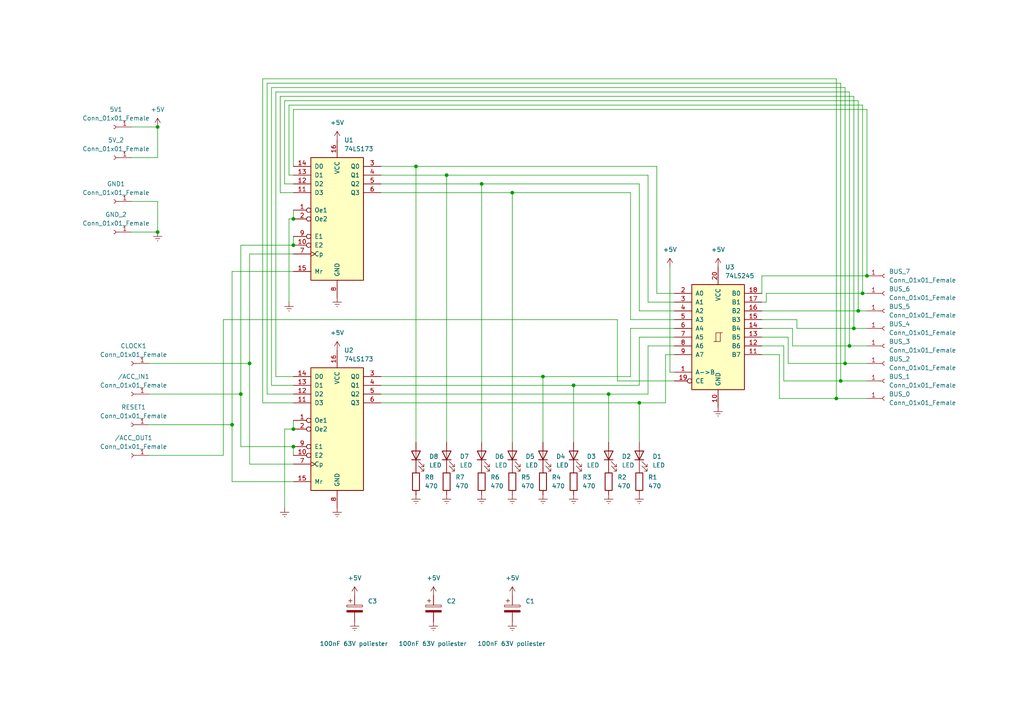
<source format=kicad_sch>
(kicad_sch (version 20230121) (generator eeschema)

  (uuid e63e39d7-6ac0-4ffd-8aa3-1841a4541b55)

  (paper "A4")

  (title_block
    (title "Registrador Acumulador")
    (date "2023-09-02")
    (company "Márcio José Baldo")
  )

  (lib_symbols
    (symbol "74xx:74LS173" (pin_names (offset 1.016)) (in_bom yes) (on_board yes)
      (property "Reference" "U" (at -7.62 19.05 0)
        (effects (font (size 1.27 1.27)))
      )
      (property "Value" "74LS173" (at -7.62 -19.05 0)
        (effects (font (size 1.27 1.27)))
      )
      (property "Footprint" "" (at 0 0 0)
        (effects (font (size 1.27 1.27)) hide)
      )
      (property "Datasheet" "http://www.ti.com/lit/gpn/sn74LS173" (at 0 0 0)
        (effects (font (size 1.27 1.27)) hide)
      )
      (property "ki_locked" "" (at 0 0 0)
        (effects (font (size 1.27 1.27)))
      )
      (property "ki_keywords" "TTL REG REG4 3State DFF" (at 0 0 0)
        (effects (font (size 1.27 1.27)) hide)
      )
      (property "ki_description" "4-bit D-type Register, 3 state out" (at 0 0 0)
        (effects (font (size 1.27 1.27)) hide)
      )
      (property "ki_fp_filters" "DIP?16*" (at 0 0 0)
        (effects (font (size 1.27 1.27)) hide)
      )
      (symbol "74LS173_1_0"
        (pin input inverted (at -12.7 2.54 0) (length 5.08)
          (name "Oe1" (effects (font (size 1.27 1.27))))
          (number "1" (effects (font (size 1.27 1.27))))
        )
        (pin input inverted (at -12.7 -7.62 0) (length 5.08)
          (name "E2" (effects (font (size 1.27 1.27))))
          (number "10" (effects (font (size 1.27 1.27))))
        )
        (pin input line (at -12.7 7.62 0) (length 5.08)
          (name "D3" (effects (font (size 1.27 1.27))))
          (number "11" (effects (font (size 1.27 1.27))))
        )
        (pin input line (at -12.7 10.16 0) (length 5.08)
          (name "D2" (effects (font (size 1.27 1.27))))
          (number "12" (effects (font (size 1.27 1.27))))
        )
        (pin input line (at -12.7 12.7 0) (length 5.08)
          (name "D1" (effects (font (size 1.27 1.27))))
          (number "13" (effects (font (size 1.27 1.27))))
        )
        (pin input line (at -12.7 15.24 0) (length 5.08)
          (name "D0" (effects (font (size 1.27 1.27))))
          (number "14" (effects (font (size 1.27 1.27))))
        )
        (pin input line (at -12.7 -15.24 0) (length 5.08)
          (name "Mr" (effects (font (size 1.27 1.27))))
          (number "15" (effects (font (size 1.27 1.27))))
        )
        (pin power_in line (at 0 22.86 270) (length 5.08)
          (name "VCC" (effects (font (size 1.27 1.27))))
          (number "16" (effects (font (size 1.27 1.27))))
        )
        (pin input inverted (at -12.7 0 0) (length 5.08)
          (name "Oe2" (effects (font (size 1.27 1.27))))
          (number "2" (effects (font (size 1.27 1.27))))
        )
        (pin tri_state line (at 12.7 15.24 180) (length 5.08)
          (name "Q0" (effects (font (size 1.27 1.27))))
          (number "3" (effects (font (size 1.27 1.27))))
        )
        (pin tri_state line (at 12.7 12.7 180) (length 5.08)
          (name "Q1" (effects (font (size 1.27 1.27))))
          (number "4" (effects (font (size 1.27 1.27))))
        )
        (pin tri_state line (at 12.7 10.16 180) (length 5.08)
          (name "Q2" (effects (font (size 1.27 1.27))))
          (number "5" (effects (font (size 1.27 1.27))))
        )
        (pin tri_state line (at 12.7 7.62 180) (length 5.08)
          (name "Q3" (effects (font (size 1.27 1.27))))
          (number "6" (effects (font (size 1.27 1.27))))
        )
        (pin input clock (at -12.7 -10.16 0) (length 5.08)
          (name "Cp" (effects (font (size 1.27 1.27))))
          (number "7" (effects (font (size 1.27 1.27))))
        )
        (pin power_in line (at 0 -22.86 90) (length 5.08)
          (name "GND" (effects (font (size 1.27 1.27))))
          (number "8" (effects (font (size 1.27 1.27))))
        )
        (pin input inverted (at -12.7 -5.08 0) (length 5.08)
          (name "E1" (effects (font (size 1.27 1.27))))
          (number "9" (effects (font (size 1.27 1.27))))
        )
      )
      (symbol "74LS173_1_1"
        (rectangle (start -7.62 17.78) (end 7.62 -17.78)
          (stroke (width 0.254) (type default))
          (fill (type background))
        )
      )
    )
    (symbol "74xx:74LS245" (pin_names (offset 1.016)) (in_bom yes) (on_board yes)
      (property "Reference" "U" (at -7.62 16.51 0)
        (effects (font (size 1.27 1.27)))
      )
      (property "Value" "74LS245" (at -7.62 -16.51 0)
        (effects (font (size 1.27 1.27)))
      )
      (property "Footprint" "" (at 0 0 0)
        (effects (font (size 1.27 1.27)) hide)
      )
      (property "Datasheet" "http://www.ti.com/lit/gpn/sn74LS245" (at 0 0 0)
        (effects (font (size 1.27 1.27)) hide)
      )
      (property "ki_locked" "" (at 0 0 0)
        (effects (font (size 1.27 1.27)))
      )
      (property "ki_keywords" "TTL BUS 3State" (at 0 0 0)
        (effects (font (size 1.27 1.27)) hide)
      )
      (property "ki_description" "Octal BUS Transceivers, 3-State outputs" (at 0 0 0)
        (effects (font (size 1.27 1.27)) hide)
      )
      (property "ki_fp_filters" "DIP?20*" (at 0 0 0)
        (effects (font (size 1.27 1.27)) hide)
      )
      (symbol "74LS245_1_0"
        (polyline
          (pts
            (xy -0.635 -1.27)
            (xy -0.635 1.27)
            (xy 0.635 1.27)
          )
          (stroke (width 0) (type default))
          (fill (type none))
        )
        (polyline
          (pts
            (xy -1.27 -1.27)
            (xy 0.635 -1.27)
            (xy 0.635 1.27)
            (xy 1.27 1.27)
          )
          (stroke (width 0) (type default))
          (fill (type none))
        )
        (pin input line (at -12.7 -10.16 0) (length 5.08)
          (name "A->B" (effects (font (size 1.27 1.27))))
          (number "1" (effects (font (size 1.27 1.27))))
        )
        (pin power_in line (at 0 -20.32 90) (length 5.08)
          (name "GND" (effects (font (size 1.27 1.27))))
          (number "10" (effects (font (size 1.27 1.27))))
        )
        (pin tri_state line (at 12.7 -5.08 180) (length 5.08)
          (name "B7" (effects (font (size 1.27 1.27))))
          (number "11" (effects (font (size 1.27 1.27))))
        )
        (pin tri_state line (at 12.7 -2.54 180) (length 5.08)
          (name "B6" (effects (font (size 1.27 1.27))))
          (number "12" (effects (font (size 1.27 1.27))))
        )
        (pin tri_state line (at 12.7 0 180) (length 5.08)
          (name "B5" (effects (font (size 1.27 1.27))))
          (number "13" (effects (font (size 1.27 1.27))))
        )
        (pin tri_state line (at 12.7 2.54 180) (length 5.08)
          (name "B4" (effects (font (size 1.27 1.27))))
          (number "14" (effects (font (size 1.27 1.27))))
        )
        (pin tri_state line (at 12.7 5.08 180) (length 5.08)
          (name "B3" (effects (font (size 1.27 1.27))))
          (number "15" (effects (font (size 1.27 1.27))))
        )
        (pin tri_state line (at 12.7 7.62 180) (length 5.08)
          (name "B2" (effects (font (size 1.27 1.27))))
          (number "16" (effects (font (size 1.27 1.27))))
        )
        (pin tri_state line (at 12.7 10.16 180) (length 5.08)
          (name "B1" (effects (font (size 1.27 1.27))))
          (number "17" (effects (font (size 1.27 1.27))))
        )
        (pin tri_state line (at 12.7 12.7 180) (length 5.08)
          (name "B0" (effects (font (size 1.27 1.27))))
          (number "18" (effects (font (size 1.27 1.27))))
        )
        (pin input inverted (at -12.7 -12.7 0) (length 5.08)
          (name "CE" (effects (font (size 1.27 1.27))))
          (number "19" (effects (font (size 1.27 1.27))))
        )
        (pin tri_state line (at -12.7 12.7 0) (length 5.08)
          (name "A0" (effects (font (size 1.27 1.27))))
          (number "2" (effects (font (size 1.27 1.27))))
        )
        (pin power_in line (at 0 20.32 270) (length 5.08)
          (name "VCC" (effects (font (size 1.27 1.27))))
          (number "20" (effects (font (size 1.27 1.27))))
        )
        (pin tri_state line (at -12.7 10.16 0) (length 5.08)
          (name "A1" (effects (font (size 1.27 1.27))))
          (number "3" (effects (font (size 1.27 1.27))))
        )
        (pin tri_state line (at -12.7 7.62 0) (length 5.08)
          (name "A2" (effects (font (size 1.27 1.27))))
          (number "4" (effects (font (size 1.27 1.27))))
        )
        (pin tri_state line (at -12.7 5.08 0) (length 5.08)
          (name "A3" (effects (font (size 1.27 1.27))))
          (number "5" (effects (font (size 1.27 1.27))))
        )
        (pin tri_state line (at -12.7 2.54 0) (length 5.08)
          (name "A4" (effects (font (size 1.27 1.27))))
          (number "6" (effects (font (size 1.27 1.27))))
        )
        (pin tri_state line (at -12.7 0 0) (length 5.08)
          (name "A5" (effects (font (size 1.27 1.27))))
          (number "7" (effects (font (size 1.27 1.27))))
        )
        (pin tri_state line (at -12.7 -2.54 0) (length 5.08)
          (name "A6" (effects (font (size 1.27 1.27))))
          (number "8" (effects (font (size 1.27 1.27))))
        )
        (pin tri_state line (at -12.7 -5.08 0) (length 5.08)
          (name "A7" (effects (font (size 1.27 1.27))))
          (number "9" (effects (font (size 1.27 1.27))))
        )
      )
      (symbol "74LS245_1_1"
        (rectangle (start -7.62 15.24) (end 7.62 -15.24)
          (stroke (width 0.254) (type default))
          (fill (type background))
        )
      )
    )
    (symbol "Connector:Conn_01x01_Female" (pin_names (offset 1.016) hide) (in_bom yes) (on_board yes)
      (property "Reference" "J" (at 0 2.54 0)
        (effects (font (size 1.27 1.27)))
      )
      (property "Value" "Conn_01x01_Female" (at 0 -2.54 0)
        (effects (font (size 1.27 1.27)))
      )
      (property "Footprint" "" (at 0 0 0)
        (effects (font (size 1.27 1.27)) hide)
      )
      (property "Datasheet" "~" (at 0 0 0)
        (effects (font (size 1.27 1.27)) hide)
      )
      (property "ki_keywords" "connector" (at 0 0 0)
        (effects (font (size 1.27 1.27)) hide)
      )
      (property "ki_description" "Generic connector, single row, 01x01, script generated (kicad-library-utils/schlib/autogen/connector/)" (at 0 0 0)
        (effects (font (size 1.27 1.27)) hide)
      )
      (property "ki_fp_filters" "Connector*:*" (at 0 0 0)
        (effects (font (size 1.27 1.27)) hide)
      )
      (symbol "Conn_01x01_Female_1_1"
        (polyline
          (pts
            (xy -1.27 0)
            (xy -0.508 0)
          )
          (stroke (width 0.1524) (type default))
          (fill (type none))
        )
        (arc (start 0 0.508) (mid -0.5058 0) (end 0 -0.508)
          (stroke (width 0.1524) (type default))
          (fill (type none))
        )
        (pin passive line (at -5.08 0 0) (length 3.81)
          (name "Pin_1" (effects (font (size 1.27 1.27))))
          (number "1" (effects (font (size 1.27 1.27))))
        )
      )
    )
    (symbol "Device:C_Polarized" (pin_numbers hide) (pin_names (offset 0.254)) (in_bom yes) (on_board yes)
      (property "Reference" "C" (at 0.635 2.54 0)
        (effects (font (size 1.27 1.27)) (justify left))
      )
      (property "Value" "C_Polarized" (at 0.635 -2.54 0)
        (effects (font (size 1.27 1.27)) (justify left))
      )
      (property "Footprint" "" (at 0.9652 -3.81 0)
        (effects (font (size 1.27 1.27)) hide)
      )
      (property "Datasheet" "~" (at 0 0 0)
        (effects (font (size 1.27 1.27)) hide)
      )
      (property "ki_keywords" "cap capacitor" (at 0 0 0)
        (effects (font (size 1.27 1.27)) hide)
      )
      (property "ki_description" "Polarized capacitor" (at 0 0 0)
        (effects (font (size 1.27 1.27)) hide)
      )
      (property "ki_fp_filters" "CP_*" (at 0 0 0)
        (effects (font (size 1.27 1.27)) hide)
      )
      (symbol "C_Polarized_0_1"
        (rectangle (start -2.286 0.508) (end 2.286 1.016)
          (stroke (width 0) (type default))
          (fill (type none))
        )
        (polyline
          (pts
            (xy -1.778 2.286)
            (xy -0.762 2.286)
          )
          (stroke (width 0) (type default))
          (fill (type none))
        )
        (polyline
          (pts
            (xy -1.27 2.794)
            (xy -1.27 1.778)
          )
          (stroke (width 0) (type default))
          (fill (type none))
        )
        (rectangle (start 2.286 -0.508) (end -2.286 -1.016)
          (stroke (width 0) (type default))
          (fill (type outline))
        )
      )
      (symbol "C_Polarized_1_1"
        (pin passive line (at 0 3.81 270) (length 2.794)
          (name "~" (effects (font (size 1.27 1.27))))
          (number "1" (effects (font (size 1.27 1.27))))
        )
        (pin passive line (at 0 -3.81 90) (length 2.794)
          (name "~" (effects (font (size 1.27 1.27))))
          (number "2" (effects (font (size 1.27 1.27))))
        )
      )
    )
    (symbol "Device:LED" (pin_numbers hide) (pin_names (offset 1.016) hide) (in_bom yes) (on_board yes)
      (property "Reference" "D" (at 0 2.54 0)
        (effects (font (size 1.27 1.27)))
      )
      (property "Value" "LED" (at 0 -2.54 0)
        (effects (font (size 1.27 1.27)))
      )
      (property "Footprint" "" (at 0 0 0)
        (effects (font (size 1.27 1.27)) hide)
      )
      (property "Datasheet" "~" (at 0 0 0)
        (effects (font (size 1.27 1.27)) hide)
      )
      (property "ki_keywords" "LED diode" (at 0 0 0)
        (effects (font (size 1.27 1.27)) hide)
      )
      (property "ki_description" "Light emitting diode" (at 0 0 0)
        (effects (font (size 1.27 1.27)) hide)
      )
      (property "ki_fp_filters" "LED* LED_SMD:* LED_THT:*" (at 0 0 0)
        (effects (font (size 1.27 1.27)) hide)
      )
      (symbol "LED_0_1"
        (polyline
          (pts
            (xy -1.27 -1.27)
            (xy -1.27 1.27)
          )
          (stroke (width 0.254) (type default))
          (fill (type none))
        )
        (polyline
          (pts
            (xy -1.27 0)
            (xy 1.27 0)
          )
          (stroke (width 0) (type default))
          (fill (type none))
        )
        (polyline
          (pts
            (xy 1.27 -1.27)
            (xy 1.27 1.27)
            (xy -1.27 0)
            (xy 1.27 -1.27)
          )
          (stroke (width 0.254) (type default))
          (fill (type none))
        )
        (polyline
          (pts
            (xy -3.048 -0.762)
            (xy -4.572 -2.286)
            (xy -3.81 -2.286)
            (xy -4.572 -2.286)
            (xy -4.572 -1.524)
          )
          (stroke (width 0) (type default))
          (fill (type none))
        )
        (polyline
          (pts
            (xy -1.778 -0.762)
            (xy -3.302 -2.286)
            (xy -2.54 -2.286)
            (xy -3.302 -2.286)
            (xy -3.302 -1.524)
          )
          (stroke (width 0) (type default))
          (fill (type none))
        )
      )
      (symbol "LED_1_1"
        (pin passive line (at -3.81 0 0) (length 2.54)
          (name "K" (effects (font (size 1.27 1.27))))
          (number "1" (effects (font (size 1.27 1.27))))
        )
        (pin passive line (at 3.81 0 180) (length 2.54)
          (name "A" (effects (font (size 1.27 1.27))))
          (number "2" (effects (font (size 1.27 1.27))))
        )
      )
    )
    (symbol "Device:R" (pin_numbers hide) (pin_names (offset 0)) (in_bom yes) (on_board yes)
      (property "Reference" "R" (at 2.032 0 90)
        (effects (font (size 1.27 1.27)))
      )
      (property "Value" "R" (at 0 0 90)
        (effects (font (size 1.27 1.27)))
      )
      (property "Footprint" "" (at -1.778 0 90)
        (effects (font (size 1.27 1.27)) hide)
      )
      (property "Datasheet" "~" (at 0 0 0)
        (effects (font (size 1.27 1.27)) hide)
      )
      (property "ki_keywords" "R res resistor" (at 0 0 0)
        (effects (font (size 1.27 1.27)) hide)
      )
      (property "ki_description" "Resistor" (at 0 0 0)
        (effects (font (size 1.27 1.27)) hide)
      )
      (property "ki_fp_filters" "R_*" (at 0 0 0)
        (effects (font (size 1.27 1.27)) hide)
      )
      (symbol "R_0_1"
        (rectangle (start -1.016 -2.54) (end 1.016 2.54)
          (stroke (width 0.254) (type default))
          (fill (type none))
        )
      )
      (symbol "R_1_1"
        (pin passive line (at 0 3.81 270) (length 1.27)
          (name "~" (effects (font (size 1.27 1.27))))
          (number "1" (effects (font (size 1.27 1.27))))
        )
        (pin passive line (at 0 -3.81 90) (length 1.27)
          (name "~" (effects (font (size 1.27 1.27))))
          (number "2" (effects (font (size 1.27 1.27))))
        )
      )
    )
    (symbol "power:+5V" (power) (pin_names (offset 0)) (in_bom yes) (on_board yes)
      (property "Reference" "#PWR" (at 0 -3.81 0)
        (effects (font (size 1.27 1.27)) hide)
      )
      (property "Value" "+5V" (at 0 3.556 0)
        (effects (font (size 1.27 1.27)))
      )
      (property "Footprint" "" (at 0 0 0)
        (effects (font (size 1.27 1.27)) hide)
      )
      (property "Datasheet" "" (at 0 0 0)
        (effects (font (size 1.27 1.27)) hide)
      )
      (property "ki_keywords" "power-flag" (at 0 0 0)
        (effects (font (size 1.27 1.27)) hide)
      )
      (property "ki_description" "Power symbol creates a global label with name \"+5V\"" (at 0 0 0)
        (effects (font (size 1.27 1.27)) hide)
      )
      (symbol "+5V_0_1"
        (polyline
          (pts
            (xy -0.762 1.27)
            (xy 0 2.54)
          )
          (stroke (width 0) (type default))
          (fill (type none))
        )
        (polyline
          (pts
            (xy 0 0)
            (xy 0 2.54)
          )
          (stroke (width 0) (type default))
          (fill (type none))
        )
        (polyline
          (pts
            (xy 0 2.54)
            (xy 0.762 1.27)
          )
          (stroke (width 0) (type default))
          (fill (type none))
        )
      )
      (symbol "+5V_1_1"
        (pin power_in line (at 0 0 90) (length 0) hide
          (name "+5V" (effects (font (size 1.27 1.27))))
          (number "1" (effects (font (size 1.27 1.27))))
        )
      )
    )
    (symbol "power:Earth" (power) (pin_names (offset 0)) (in_bom yes) (on_board yes)
      (property "Reference" "#PWR" (at 0 -6.35 0)
        (effects (font (size 1.27 1.27)) hide)
      )
      (property "Value" "Earth" (at 0 -3.81 0)
        (effects (font (size 1.27 1.27)) hide)
      )
      (property "Footprint" "" (at 0 0 0)
        (effects (font (size 1.27 1.27)) hide)
      )
      (property "Datasheet" "~" (at 0 0 0)
        (effects (font (size 1.27 1.27)) hide)
      )
      (property "ki_keywords" "power-flag ground gnd" (at 0 0 0)
        (effects (font (size 1.27 1.27)) hide)
      )
      (property "ki_description" "Power symbol creates a global label with name \"Earth\"" (at 0 0 0)
        (effects (font (size 1.27 1.27)) hide)
      )
      (symbol "Earth_0_1"
        (polyline
          (pts
            (xy -0.635 -1.905)
            (xy 0.635 -1.905)
          )
          (stroke (width 0) (type default))
          (fill (type none))
        )
        (polyline
          (pts
            (xy -0.127 -2.54)
            (xy 0.127 -2.54)
          )
          (stroke (width 0) (type default))
          (fill (type none))
        )
        (polyline
          (pts
            (xy 0 -1.27)
            (xy 0 0)
          )
          (stroke (width 0) (type default))
          (fill (type none))
        )
        (polyline
          (pts
            (xy 1.27 -1.27)
            (xy -1.27 -1.27)
          )
          (stroke (width 0) (type default))
          (fill (type none))
        )
      )
      (symbol "Earth_1_1"
        (pin power_in line (at 0 0 270) (length 0) hide
          (name "Earth" (effects (font (size 1.27 1.27))))
          (number "1" (effects (font (size 1.27 1.27))))
        )
      )
    )
  )

  (junction (at 139.7 53.34) (diameter 0) (color 0 0 0 0)
    (uuid 161307ea-c9a2-41c1-9edd-6999301e77c9)
  )
  (junction (at 85.09 71.12) (diameter 0) (color 0 0 0 0)
    (uuid 1cdca4de-7885-4c2a-89c7-08f2838c8f30)
  )
  (junction (at 246.38 100.33) (diameter 0) (color 0 0 0 0)
    (uuid 40c753fc-bb15-450e-a3ac-8450728e43c9)
  )
  (junction (at 243.84 110.49) (diameter 0) (color 0 0 0 0)
    (uuid 4729ba54-9732-4056-92ae-1f881cf93f8e)
  )
  (junction (at 185.42 116.84) (diameter 0) (color 0 0 0 0)
    (uuid 4d99e998-b92e-4562-baf7-c8258550bf5b)
  )
  (junction (at 148.59 55.88) (diameter 0) (color 0 0 0 0)
    (uuid 5dd007ad-1ea9-4f3d-b331-90d77b6d9b77)
  )
  (junction (at 247.65 95.25) (diameter 0) (color 0 0 0 0)
    (uuid 6df79144-47ea-484a-89d7-8cece27a4970)
  )
  (junction (at 166.37 111.76) (diameter 0) (color 0 0 0 0)
    (uuid 7f1aa74a-b3bf-4025-a770-8e688268aa8a)
  )
  (junction (at 69.85 114.3) (diameter 0) (color 0 0 0 0)
    (uuid 8225837e-e069-4cb4-a679-0168abbff936)
  )
  (junction (at 251.46 80.01) (diameter 0) (color 0 0 0 0)
    (uuid 82e73dac-a793-44f0-be68-9cbdf400f432)
  )
  (junction (at 67.31 123.19) (diameter 0) (color 0 0 0 0)
    (uuid 86f0de8d-ccf4-4e2c-9f81-ab98c2ec621f)
  )
  (junction (at 85.09 124.46) (diameter 0) (color 0 0 0 0)
    (uuid 8da4baf1-5bf8-4925-a930-f93dc8d034ff)
  )
  (junction (at 85.09 129.54) (diameter 0) (color 0 0 0 0)
    (uuid 8e151d82-cf27-40f5-a4b6-59b3c6202544)
  )
  (junction (at 45.72 67.31) (diameter 0) (color 0 0 0 0)
    (uuid 8e3ebaeb-46e3-4d82-9340-c7f330c37873)
  )
  (junction (at 129.54 50.8) (diameter 0) (color 0 0 0 0)
    (uuid 964527a7-570c-4b10-aa65-523e7faefb40)
  )
  (junction (at 157.48 109.22) (diameter 0) (color 0 0 0 0)
    (uuid ae8bb46d-ac18-447c-a98b-5cc6439db58f)
  )
  (junction (at 250.19 85.09) (diameter 0) (color 0 0 0 0)
    (uuid af8e4a64-e848-48d8-9697-0d7bcd003542)
  )
  (junction (at 45.72 36.83) (diameter 0) (color 0 0 0 0)
    (uuid b54a5438-a202-4984-a167-124d0d7d3cfc)
  )
  (junction (at 72.39 105.41) (diameter 0) (color 0 0 0 0)
    (uuid beee4610-3463-426b-8592-6e6bccf35443)
  )
  (junction (at 85.09 63.5) (diameter 0) (color 0 0 0 0)
    (uuid c517668e-fcb2-4bbb-8c83-d298a8128eb0)
  )
  (junction (at 245.11 105.41) (diameter 0) (color 0 0 0 0)
    (uuid c612ddf8-7b93-46da-b706-293f7566ddb2)
  )
  (junction (at 120.65 48.26) (diameter 0) (color 0 0 0 0)
    (uuid d7ede781-71e7-4f25-8d3d-bcf49bd68010)
  )
  (junction (at 176.53 114.3) (diameter 0) (color 0 0 0 0)
    (uuid eaf165f2-22a8-43b0-9238-a4840c188455)
  )
  (junction (at 242.57 115.57) (diameter 0) (color 0 0 0 0)
    (uuid f2b43419-4f78-432c-89cb-b8d925d77135)
  )
  (junction (at 248.92 90.17) (diameter 0) (color 0 0 0 0)
    (uuid fcb488b3-85af-4786-9507-17e8960e39c6)
  )

  (wire (pts (xy 67.31 123.19) (xy 67.31 139.7))
    (stroke (width 0) (type default))
    (uuid 00432439-9feb-4367-878b-e6a6194a0b81)
  )
  (wire (pts (xy 81.28 55.88) (xy 81.28 27.94))
    (stroke (width 0) (type default))
    (uuid 015b4dcb-6312-4fa6-89a2-3119fdf75a88)
  )
  (wire (pts (xy 69.85 114.3) (xy 69.85 129.54))
    (stroke (width 0) (type default))
    (uuid 01ee6c6a-9535-4fcb-88a5-3051d66dd1d4)
  )
  (wire (pts (xy 182.88 95.25) (xy 195.58 95.25))
    (stroke (width 0) (type default))
    (uuid 0656c35c-6d19-4974-89c9-67e8cfa044c9)
  )
  (wire (pts (xy 85.09 116.84) (xy 76.2 116.84))
    (stroke (width 0) (type default))
    (uuid 09ee4aa9-ff6e-4306-971f-f0625e54411e)
  )
  (wire (pts (xy 228.6 97.79) (xy 228.6 105.41))
    (stroke (width 0) (type default))
    (uuid 0eeec6c8-cd49-47e9-b3b1-e32b02c1ceb2)
  )
  (wire (pts (xy 185.42 116.84) (xy 185.42 128.27))
    (stroke (width 0) (type default))
    (uuid 0f63ebcf-216e-4530-be79-4fec4e593e7c)
  )
  (wire (pts (xy 69.85 129.54) (xy 85.09 129.54))
    (stroke (width 0) (type default))
    (uuid 102c347f-2e51-442f-89a1-43d61b8fdc6d)
  )
  (wire (pts (xy 220.98 100.33) (xy 227.33 100.33))
    (stroke (width 0) (type default))
    (uuid 10a3cdf0-5891-4cd5-a777-b6934403924c)
  )
  (wire (pts (xy 247.65 27.94) (xy 247.65 95.25))
    (stroke (width 0) (type default))
    (uuid 117745d5-ab23-4903-bd16-04562b41e1e9)
  )
  (wire (pts (xy 243.84 110.49) (xy 251.46 110.49))
    (stroke (width 0) (type default))
    (uuid 1297935b-6bce-4825-b315-6806497956ab)
  )
  (wire (pts (xy 226.06 102.87) (xy 226.06 115.57))
    (stroke (width 0) (type default))
    (uuid 1390fc8a-92f4-47bf-ab98-3b5ec2f42454)
  )
  (wire (pts (xy 250.19 30.48) (xy 250.19 85.09))
    (stroke (width 0) (type default))
    (uuid 14cb934b-49f5-4b8d-9a7f-1f5907181e66)
  )
  (wire (pts (xy 179.07 92.71) (xy 64.77 92.71))
    (stroke (width 0) (type default))
    (uuid 15d8930e-1191-4547-b51e-173f21b578ca)
  )
  (wire (pts (xy 194.31 107.95) (xy 194.31 77.47))
    (stroke (width 0) (type default))
    (uuid 16026aca-0ae7-47ba-ada5-286a22e754cf)
  )
  (wire (pts (xy 185.42 90.17) (xy 195.58 90.17))
    (stroke (width 0) (type default))
    (uuid 176f1f67-a3d2-4d11-b8f6-19bf2b21f750)
  )
  (wire (pts (xy 80.01 109.22) (xy 80.01 26.67))
    (stroke (width 0) (type default))
    (uuid 1b038709-51aa-473d-ae87-2723b4696ee2)
  )
  (wire (pts (xy 110.49 50.8) (xy 129.54 50.8))
    (stroke (width 0) (type default))
    (uuid 1bea497f-a84d-41fd-8c04-7c9432823fdb)
  )
  (wire (pts (xy 120.65 48.26) (xy 190.5 48.26))
    (stroke (width 0) (type default))
    (uuid 1cabd087-698c-445d-ab74-9f242d950c22)
  )
  (wire (pts (xy 227.33 110.49) (xy 243.84 110.49))
    (stroke (width 0) (type default))
    (uuid 23c71959-a85a-496e-9545-2368e18c65de)
  )
  (wire (pts (xy 246.38 100.33) (xy 251.46 100.33))
    (stroke (width 0) (type default))
    (uuid 27e0a7f7-690b-4382-bc08-b1b643b2c304)
  )
  (wire (pts (xy 129.54 50.8) (xy 129.54 128.27))
    (stroke (width 0) (type default))
    (uuid 2a77c60a-6238-41b7-bc38-c02ab66c3603)
  )
  (wire (pts (xy 83.82 63.5) (xy 83.82 87.63))
    (stroke (width 0) (type default))
    (uuid 2d5888d7-7492-4a7b-9ae5-34507b1788cf)
  )
  (wire (pts (xy 45.72 58.42) (xy 45.72 67.31))
    (stroke (width 0) (type default))
    (uuid 2e86d50e-1802-4ed5-a22b-198b5d294623)
  )
  (wire (pts (xy 67.31 139.7) (xy 85.09 139.7))
    (stroke (width 0) (type default))
    (uuid 347d7925-04dc-48be-92a8-e4134575d264)
  )
  (wire (pts (xy 69.85 71.12) (xy 69.85 114.3))
    (stroke (width 0) (type default))
    (uuid 368dc9e3-8c3e-42db-bc33-f55ed3c14017)
  )
  (wire (pts (xy 247.65 95.25) (xy 251.46 95.25))
    (stroke (width 0) (type default))
    (uuid 36ff1142-83a9-49b3-902e-c121a99d2083)
  )
  (wire (pts (xy 83.82 30.48) (xy 250.19 30.48))
    (stroke (width 0) (type default))
    (uuid 3704c4b2-38c9-4dd8-ad05-30ddaf5a3ea0)
  )
  (wire (pts (xy 77.47 114.3) (xy 77.47 24.13))
    (stroke (width 0) (type default))
    (uuid 4157a94a-dde8-41b1-bc9f-611dcd6f878c)
  )
  (wire (pts (xy 85.09 63.5) (xy 83.82 63.5))
    (stroke (width 0) (type default))
    (uuid 4329eab6-6553-4840-bf60-47840749b5f3)
  )
  (wire (pts (xy 185.42 53.34) (xy 185.42 90.17))
    (stroke (width 0) (type default))
    (uuid 4495aa7e-9c4b-4400-8caa-60bbf2bbb714)
  )
  (wire (pts (xy 187.96 100.33) (xy 195.58 100.33))
    (stroke (width 0) (type default))
    (uuid 44b0bf08-18e9-46f2-a811-05c56cb3749e)
  )
  (wire (pts (xy 85.09 114.3) (xy 77.47 114.3))
    (stroke (width 0) (type default))
    (uuid 44b70f82-865a-4364-8daf-cd6eae720444)
  )
  (wire (pts (xy 193.04 102.87) (xy 195.58 102.87))
    (stroke (width 0) (type default))
    (uuid 469b0ec5-ca45-4908-b038-bcb05a917ca7)
  )
  (wire (pts (xy 110.49 109.22) (xy 157.48 109.22))
    (stroke (width 0) (type default))
    (uuid 46b18516-a340-484c-9d86-4fa44cdf1a94)
  )
  (wire (pts (xy 110.49 114.3) (xy 176.53 114.3))
    (stroke (width 0) (type default))
    (uuid 4739185a-9655-4afd-8c31-8614e7e494e3)
  )
  (wire (pts (xy 76.2 22.86) (xy 242.57 22.86))
    (stroke (width 0) (type default))
    (uuid 476fa59c-0b51-48cc-8d32-4690d86ff531)
  )
  (wire (pts (xy 85.09 68.58) (xy 85.09 71.12))
    (stroke (width 0) (type default))
    (uuid 4776dae2-eae7-435c-8b47-b271eccf30f0)
  )
  (wire (pts (xy 226.06 115.57) (xy 242.57 115.57))
    (stroke (width 0) (type default))
    (uuid 49e14046-01a8-4ec7-a536-863543c92eef)
  )
  (wire (pts (xy 190.5 48.26) (xy 190.5 85.09))
    (stroke (width 0) (type default))
    (uuid 4a7f2bf3-60e7-4e34-b34a-92cb4679f89e)
  )
  (wire (pts (xy 185.42 97.79) (xy 195.58 97.79))
    (stroke (width 0) (type default))
    (uuid 4d1baadc-663d-4ed7-80c7-1780a38cb049)
  )
  (wire (pts (xy 85.09 71.12) (xy 69.85 71.12))
    (stroke (width 0) (type default))
    (uuid 4f1cc8be-b936-4ffe-a076-0f15805c5084)
  )
  (wire (pts (xy 193.04 116.84) (xy 193.04 102.87))
    (stroke (width 0) (type default))
    (uuid 4f2078ad-6627-4535-8120-7a6770682d69)
  )
  (wire (pts (xy 83.82 50.8) (xy 83.82 30.48))
    (stroke (width 0) (type default))
    (uuid 51b62944-d061-4936-a201-01de5fe25904)
  )
  (wire (pts (xy 85.09 111.76) (xy 78.74 111.76))
    (stroke (width 0) (type default))
    (uuid 53572fef-cfad-4488-b0d0-6c3db1b65c3b)
  )
  (wire (pts (xy 72.39 73.66) (xy 72.39 105.41))
    (stroke (width 0) (type default))
    (uuid 58c0fa96-28c9-4d2a-9a7f-0d352dd07216)
  )
  (wire (pts (xy 182.88 92.71) (xy 195.58 92.71))
    (stroke (width 0) (type default))
    (uuid 5b0200fb-aeec-4b4f-b063-c07befcab814)
  )
  (wire (pts (xy 227.33 100.33) (xy 227.33 110.49))
    (stroke (width 0) (type default))
    (uuid 5bfb3709-b574-448b-a2ab-d381cc0ba544)
  )
  (wire (pts (xy 157.48 109.22) (xy 182.88 109.22))
    (stroke (width 0) (type default))
    (uuid 5d456c59-e3f8-4b60-a460-0b3f762b2270)
  )
  (wire (pts (xy 81.28 27.94) (xy 247.65 27.94))
    (stroke (width 0) (type default))
    (uuid 5e51461c-3ad7-4634-80b4-e2d13f5acaed)
  )
  (wire (pts (xy 182.88 55.88) (xy 182.88 92.71))
    (stroke (width 0) (type default))
    (uuid 60618cac-c5dc-419e-ad42-42e7cb433963)
  )
  (wire (pts (xy 80.01 26.67) (xy 246.38 26.67))
    (stroke (width 0) (type default))
    (uuid 6355511e-f685-4d77-8ceb-39c3736d6362)
  )
  (wire (pts (xy 67.31 78.74) (xy 67.31 123.19))
    (stroke (width 0) (type default))
    (uuid 65fd4f43-114f-4b8d-8a54-32d549285ed7)
  )
  (wire (pts (xy 85.09 55.88) (xy 81.28 55.88))
    (stroke (width 0) (type default))
    (uuid 67242bc8-3e1a-48a1-bf92-cc13cc6f6f2f)
  )
  (wire (pts (xy 148.59 55.88) (xy 182.88 55.88))
    (stroke (width 0) (type default))
    (uuid 695e9b7e-704f-4527-b02a-0037f94a57a8)
  )
  (wire (pts (xy 64.77 132.08) (xy 43.18 132.08))
    (stroke (width 0) (type default))
    (uuid 69ebc60d-f9fa-4f89-8287-b4df41170cc0)
  )
  (wire (pts (xy 78.74 25.4) (xy 245.11 25.4))
    (stroke (width 0) (type default))
    (uuid 6a97dea4-1135-4973-bd50-043e27245535)
  )
  (wire (pts (xy 242.57 22.86) (xy 242.57 115.57))
    (stroke (width 0) (type default))
    (uuid 6a9b817b-e82f-4ed8-80bc-9512e62258d8)
  )
  (wire (pts (xy 242.57 115.57) (xy 251.46 115.57))
    (stroke (width 0) (type default))
    (uuid 6abc9941-f0a6-4dce-8ec7-88ef5cf86fed)
  )
  (wire (pts (xy 220.98 80.01) (xy 251.46 80.01))
    (stroke (width 0) (type default))
    (uuid 6c9a4b47-2a23-4345-a3c7-daa337b6f640)
  )
  (wire (pts (xy 222.25 87.63) (xy 222.25 85.09))
    (stroke (width 0) (type default))
    (uuid 6fb71585-4255-47f2-8dc8-90c8f0131bde)
  )
  (wire (pts (xy 85.09 31.75) (xy 251.46 31.75))
    (stroke (width 0) (type default))
    (uuid 72778956-e7fb-4a86-887a-c604cbc444c4)
  )
  (wire (pts (xy 248.92 29.21) (xy 248.92 90.17))
    (stroke (width 0) (type default))
    (uuid 75ffca87-9ed2-46a8-960c-1d68b3b78358)
  )
  (wire (pts (xy 246.38 26.67) (xy 246.38 100.33))
    (stroke (width 0) (type default))
    (uuid 777a460e-e00f-4890-841b-59a65630a071)
  )
  (wire (pts (xy 228.6 105.41) (xy 245.11 105.41))
    (stroke (width 0) (type default))
    (uuid 7b7bae56-1b60-4221-afa5-1aa16395f8b4)
  )
  (wire (pts (xy 43.18 123.19) (xy 67.31 123.19))
    (stroke (width 0) (type default))
    (uuid 7bfdf7da-dd0a-4111-af41-59bb75be5fdc)
  )
  (wire (pts (xy 82.55 29.21) (xy 248.92 29.21))
    (stroke (width 0) (type default))
    (uuid 7cc419aa-331e-4b43-a1cc-ae95f0c69505)
  )
  (wire (pts (xy 110.49 53.34) (xy 139.7 53.34))
    (stroke (width 0) (type default))
    (uuid 7cc5501c-8cf7-44cd-a9a7-fe5555594157)
  )
  (wire (pts (xy 85.09 78.74) (xy 67.31 78.74))
    (stroke (width 0) (type default))
    (uuid 7ece4c62-5ea0-4e40-85e5-da351132fa79)
  )
  (wire (pts (xy 38.1 45.72) (xy 45.72 45.72))
    (stroke (width 0) (type default))
    (uuid 80a12e21-042f-46b9-b2d5-719f82f55f56)
  )
  (wire (pts (xy 220.98 92.71) (xy 231.14 92.71))
    (stroke (width 0) (type default))
    (uuid 81616f8f-2445-484e-b4e9-e33ebc2c93fb)
  )
  (wire (pts (xy 220.98 102.87) (xy 226.06 102.87))
    (stroke (width 0) (type default))
    (uuid 835ba709-c3e4-4136-8620-c9bae0be0075)
  )
  (wire (pts (xy 248.92 90.17) (xy 251.46 90.17))
    (stroke (width 0) (type default))
    (uuid 8aca3e01-af35-43c6-b69b-6126cb24bf56)
  )
  (wire (pts (xy 76.2 116.84) (xy 76.2 22.86))
    (stroke (width 0) (type default))
    (uuid 8cc69041-e71d-47d6-82a4-1425c683dc66)
  )
  (wire (pts (xy 110.49 55.88) (xy 148.59 55.88))
    (stroke (width 0) (type default))
    (uuid 90d02386-f732-407f-92d1-75eb8d98dc86)
  )
  (wire (pts (xy 43.18 114.3) (xy 69.85 114.3))
    (stroke (width 0) (type default))
    (uuid 922ca719-4fa9-4690-855d-eae6596ef8af)
  )
  (wire (pts (xy 82.55 124.46) (xy 85.09 124.46))
    (stroke (width 0) (type default))
    (uuid 9267d109-06af-4c43-a444-f4f3ee2d5676)
  )
  (wire (pts (xy 182.88 109.22) (xy 182.88 95.25))
    (stroke (width 0) (type default))
    (uuid 92738e65-f781-4146-9739-db6ae8a4a253)
  )
  (wire (pts (xy 229.87 95.25) (xy 229.87 100.33))
    (stroke (width 0) (type default))
    (uuid 95145a2a-3868-4c86-8403-2e4de068b0f7)
  )
  (wire (pts (xy 85.09 31.75) (xy 85.09 48.26))
    (stroke (width 0) (type default))
    (uuid 96e5a271-cb5e-4830-90fb-c5206c8f4897)
  )
  (wire (pts (xy 110.49 48.26) (xy 120.65 48.26))
    (stroke (width 0) (type default))
    (uuid 98730a92-5e27-4191-ad17-34cf5928be22)
  )
  (wire (pts (xy 72.39 134.62) (xy 85.09 134.62))
    (stroke (width 0) (type default))
    (uuid 98bc15a6-db20-40a1-9a64-eefe86f6016d)
  )
  (wire (pts (xy 85.09 121.92) (xy 85.09 124.46))
    (stroke (width 0) (type default))
    (uuid 9aec110d-74ff-4ff5-8a13-7cdf48ce1ba0)
  )
  (wire (pts (xy 251.46 31.75) (xy 251.46 80.01))
    (stroke (width 0) (type default))
    (uuid 9b84bde3-1fc6-409f-8e49-f4044b0a50c2)
  )
  (wire (pts (xy 77.47 24.13) (xy 243.84 24.13))
    (stroke (width 0) (type default))
    (uuid 9c36dea1-2f68-4597-8016-66860f7b5cc7)
  )
  (wire (pts (xy 110.49 116.84) (xy 185.42 116.84))
    (stroke (width 0) (type default))
    (uuid 9e2bf056-fb6b-4dbe-81a0-d2e553ba3eb8)
  )
  (wire (pts (xy 85.09 129.54) (xy 85.09 132.08))
    (stroke (width 0) (type default))
    (uuid a06cfa63-8d13-44c5-ade8-ddb9b5a21f02)
  )
  (wire (pts (xy 166.37 128.27) (xy 166.37 111.76))
    (stroke (width 0) (type default))
    (uuid a4d0f80b-847a-431c-b719-a1f259f7b564)
  )
  (wire (pts (xy 220.98 90.17) (xy 248.92 90.17))
    (stroke (width 0) (type default))
    (uuid a6b1f4d2-8ddd-4850-af1e-bd95d0af11fe)
  )
  (wire (pts (xy 110.49 111.76) (xy 166.37 111.76))
    (stroke (width 0) (type default))
    (uuid a8168040-4314-4268-a9d5-75a1c45d4a28)
  )
  (wire (pts (xy 78.74 111.76) (xy 78.74 25.4))
    (stroke (width 0) (type default))
    (uuid a96214d7-ca9f-4fe3-b5d0-6d8c3e929ba1)
  )
  (wire (pts (xy 220.98 87.63) (xy 222.25 87.63))
    (stroke (width 0) (type default))
    (uuid ad439bee-fa7a-4275-9dda-be9562a285ae)
  )
  (wire (pts (xy 245.11 25.4) (xy 245.11 105.41))
    (stroke (width 0) (type default))
    (uuid b285bc13-6d4d-4759-982e-949fc5c202e4)
  )
  (wire (pts (xy 185.42 116.84) (xy 193.04 116.84))
    (stroke (width 0) (type default))
    (uuid b2bcf6bc-d99a-458a-ad99-cecba69896b2)
  )
  (wire (pts (xy 139.7 53.34) (xy 185.42 53.34))
    (stroke (width 0) (type default))
    (uuid b85f9b37-76ca-41a1-ad9d-5b89ecc78990)
  )
  (wire (pts (xy 231.14 95.25) (xy 247.65 95.25))
    (stroke (width 0) (type default))
    (uuid b8bdb75f-6860-4a60-917e-22cd6349f193)
  )
  (wire (pts (xy 166.37 111.76) (xy 185.42 111.76))
    (stroke (width 0) (type default))
    (uuid b9263a4b-2c36-4755-8ff7-191423ce6198)
  )
  (wire (pts (xy 245.11 105.41) (xy 251.46 105.41))
    (stroke (width 0) (type default))
    (uuid b9313d61-0765-4bbe-8322-02f3de8db6cd)
  )
  (wire (pts (xy 85.09 109.22) (xy 80.01 109.22))
    (stroke (width 0) (type default))
    (uuid b9db0858-e455-47f5-98af-0c1d8d9be5b8)
  )
  (wire (pts (xy 85.09 50.8) (xy 83.82 50.8))
    (stroke (width 0) (type default))
    (uuid bacd9abd-bcbe-4c0e-b0ec-94870644af14)
  )
  (wire (pts (xy 250.19 85.09) (xy 251.46 85.09))
    (stroke (width 0) (type default))
    (uuid bcd155ef-9429-434c-96ea-454215fbd063)
  )
  (wire (pts (xy 85.09 53.34) (xy 82.55 53.34))
    (stroke (width 0) (type default))
    (uuid bd21b052-f57d-403c-8388-9c604e684c96)
  )
  (wire (pts (xy 187.96 50.8) (xy 187.96 87.63))
    (stroke (width 0) (type default))
    (uuid bef28e76-1966-4d31-b019-57a653ade8a5)
  )
  (wire (pts (xy 38.1 58.42) (xy 45.72 58.42))
    (stroke (width 0) (type default))
    (uuid bf2e83d7-969c-4277-ab4f-fab7a5411522)
  )
  (wire (pts (xy 64.77 92.71) (xy 64.77 132.08))
    (stroke (width 0) (type default))
    (uuid c23acfed-8c67-4be9-8f8a-a68ef68049ca)
  )
  (wire (pts (xy 187.96 87.63) (xy 195.58 87.63))
    (stroke (width 0) (type default))
    (uuid c3f3c862-c697-458f-a0e0-55029e617cfe)
  )
  (wire (pts (xy 82.55 53.34) (xy 82.55 29.21))
    (stroke (width 0) (type default))
    (uuid c40b1dd7-6e57-48f5-ac23-c6bb59959013)
  )
  (wire (pts (xy 243.84 24.13) (xy 243.84 110.49))
    (stroke (width 0) (type default))
    (uuid c4b3ef1d-f3f8-4524-8ad2-d7d3a07baaa2)
  )
  (wire (pts (xy 220.98 85.09) (xy 220.98 80.01))
    (stroke (width 0) (type default))
    (uuid c504d800-f7bf-43c6-b4d2-fb0072a1df22)
  )
  (wire (pts (xy 220.98 97.79) (xy 228.6 97.79))
    (stroke (width 0) (type default))
    (uuid c76ac17c-e033-4c60-81d8-d53d71223206)
  )
  (wire (pts (xy 85.09 73.66) (xy 72.39 73.66))
    (stroke (width 0) (type default))
    (uuid cb5a8102-4e50-4fc3-9ceb-970a959df478)
  )
  (wire (pts (xy 229.87 100.33) (xy 246.38 100.33))
    (stroke (width 0) (type default))
    (uuid cb937447-fb6c-479a-8ee1-2f4e2371a80f)
  )
  (wire (pts (xy 148.59 55.88) (xy 148.59 128.27))
    (stroke (width 0) (type default))
    (uuid cc515269-f37f-4ff8-b309-d6a9b2a70c31)
  )
  (wire (pts (xy 231.14 92.71) (xy 231.14 95.25))
    (stroke (width 0) (type default))
    (uuid d0902d9a-6b1b-4021-a61b-ef045b0a0b64)
  )
  (wire (pts (xy 38.1 67.31) (xy 45.72 67.31))
    (stroke (width 0) (type default))
    (uuid d0f68f1a-917c-4c89-810d-b6315603eafe)
  )
  (wire (pts (xy 195.58 107.95) (xy 194.31 107.95))
    (stroke (width 0) (type default))
    (uuid d0f6d57c-f0e4-4443-8129-4b83f73dc0b7)
  )
  (wire (pts (xy 195.58 110.49) (xy 179.07 110.49))
    (stroke (width 0) (type default))
    (uuid d2fbd716-0905-4aa2-986f-e56c133da112)
  )
  (wire (pts (xy 176.53 114.3) (xy 187.96 114.3))
    (stroke (width 0) (type default))
    (uuid d558ca05-6d21-4abd-926f-7ec91a5c940d)
  )
  (wire (pts (xy 38.1 36.83) (xy 45.72 36.83))
    (stroke (width 0) (type default))
    (uuid d5765701-87de-4b69-9a3c-eaf69dbc75db)
  )
  (wire (pts (xy 220.98 95.25) (xy 229.87 95.25))
    (stroke (width 0) (type default))
    (uuid d7d4f9b8-2da0-4fad-9c3e-e2ba9396b08c)
  )
  (wire (pts (xy 82.55 147.32) (xy 82.55 124.46))
    (stroke (width 0) (type default))
    (uuid d95b2241-c43c-4a83-9369-579d709c1235)
  )
  (wire (pts (xy 176.53 114.3) (xy 176.53 128.27))
    (stroke (width 0) (type default))
    (uuid dab44b72-7e66-4985-958e-02c1dfab3e53)
  )
  (wire (pts (xy 129.54 50.8) (xy 187.96 50.8))
    (stroke (width 0) (type default))
    (uuid e216e609-e814-4b05-a4bf-3e9f27e0a267)
  )
  (wire (pts (xy 85.09 60.96) (xy 85.09 63.5))
    (stroke (width 0) (type default))
    (uuid e31300b9-7f1d-438e-8a6e-078a0a856c25)
  )
  (wire (pts (xy 187.96 114.3) (xy 187.96 100.33))
    (stroke (width 0) (type default))
    (uuid e4bba19c-d6f3-4d0d-9c8b-c1fb52e3459d)
  )
  (wire (pts (xy 120.65 128.27) (xy 120.65 48.26))
    (stroke (width 0) (type default))
    (uuid eb146731-2879-4699-bc00-e8e6010b77ab)
  )
  (wire (pts (xy 43.18 105.41) (xy 72.39 105.41))
    (stroke (width 0) (type default))
    (uuid eb82834c-0814-40f8-95f6-393bcc4cf50d)
  )
  (wire (pts (xy 157.48 128.27) (xy 157.48 109.22))
    (stroke (width 0) (type default))
    (uuid ebd8a453-8a2f-497c-a61d-cfae44baf3aa)
  )
  (wire (pts (xy 45.72 45.72) (xy 45.72 36.83))
    (stroke (width 0) (type default))
    (uuid f0f03e2d-19ac-499c-b6c1-029693a95843)
  )
  (wire (pts (xy 222.25 85.09) (xy 250.19 85.09))
    (stroke (width 0) (type default))
    (uuid f19e54ff-94b1-432a-b27f-eca4842ec7a4)
  )
  (wire (pts (xy 179.07 110.49) (xy 179.07 92.71))
    (stroke (width 0) (type default))
    (uuid f2621456-f653-4609-b9a9-6f1ec8cda763)
  )
  (wire (pts (xy 190.5 85.09) (xy 195.58 85.09))
    (stroke (width 0) (type default))
    (uuid f44944f2-a76b-4b60-bf56-70611a0a7adb)
  )
  (wire (pts (xy 185.42 111.76) (xy 185.42 97.79))
    (stroke (width 0) (type default))
    (uuid f81cecc7-ac92-4af7-b2df-e40e7eca1020)
  )
  (wire (pts (xy 139.7 53.34) (xy 139.7 128.27))
    (stroke (width 0) (type default))
    (uuid fa718603-bf83-4156-ba57-af0877bc2c44)
  )
  (wire (pts (xy 72.39 105.41) (xy 72.39 134.62))
    (stroke (width 0) (type default))
    (uuid ff8c32d6-6a4a-459f-b67f-8b16abf65d3b)
  )

  (symbol (lib_id "power:Earth") (at 120.65 143.51 0) (unit 1)
    (in_bom yes) (on_board yes) (dnp no) (fields_autoplaced)
    (uuid 00741ae6-cfa0-4178-b6e1-bdd3483fc79d)
    (property "Reference" "#PWR0118" (at 120.65 149.86 0)
      (effects (font (size 1.27 1.27)) hide)
    )
    (property "Value" "Earth" (at 120.65 147.32 0)
      (effects (font (size 1.27 1.27)) hide)
    )
    (property "Footprint" "" (at 120.65 143.51 0)
      (effects (font (size 1.27 1.27)) hide)
    )
    (property "Datasheet" "~" (at 120.65 143.51 0)
      (effects (font (size 1.27 1.27)) hide)
    )
    (pin "1" (uuid 423ac7f1-1ee4-4868-a131-99079eb25f26))
    (instances
      (project "Registrador Acumulador"
        (path "/e63e39d7-6ac0-4ffd-8aa3-1841a4541b55"
          (reference "#PWR0118") (unit 1)
        )
      )
    )
  )

  (symbol (lib_id "Connector:Conn_01x01_Female") (at 33.02 58.42 180) (unit 1)
    (in_bom yes) (on_board yes) (dnp no) (fields_autoplaced)
    (uuid 03928347-2e0e-4ff6-8828-bc9576d46a53)
    (property "Reference" "GND1" (at 33.655 53.34 0)
      (effects (font (size 1.27 1.27)))
    )
    (property "Value" "Conn_01x01_Female" (at 33.655 55.88 0)
      (effects (font (size 1.27 1.27)))
    )
    (property "Footprint" "Connector_PinHeader_1.00mm:PinHeader_1x01_P1.00mm_Vertical" (at 33.02 58.42 0)
      (effects (font (size 1.27 1.27)) hide)
    )
    (property "Datasheet" "~" (at 33.02 58.42 0)
      (effects (font (size 1.27 1.27)) hide)
    )
    (pin "1" (uuid e2367812-3f5f-4efd-bf2b-9c9b0dbd368e))
    (instances
      (project "Registrador Acumulador"
        (path "/e63e39d7-6ac0-4ffd-8aa3-1841a4541b55"
          (reference "GND1") (unit 1)
        )
      )
    )
  )

  (symbol (lib_id "74xx:74LS173") (at 97.79 124.46 0) (unit 1)
    (in_bom yes) (on_board yes) (dnp no) (fields_autoplaced)
    (uuid 04fe14c7-e597-4a14-9df2-5fe5f4ec0435)
    (property "Reference" "U2" (at 99.8094 101.6 0)
      (effects (font (size 1.27 1.27)) (justify left))
    )
    (property "Value" "74LS173" (at 99.8094 104.14 0)
      (effects (font (size 1.27 1.27)) (justify left))
    )
    (property "Footprint" "Package_DIP:DIP-16_W7.62mm_Socket" (at 97.79 124.46 0)
      (effects (font (size 1.27 1.27)) hide)
    )
    (property "Datasheet" "http://www.ti.com/lit/gpn/sn74LS173" (at 97.79 124.46 0)
      (effects (font (size 1.27 1.27)) hide)
    )
    (pin "1" (uuid c9fcd7f4-1ee6-4857-82fd-9c21d04b714b))
    (pin "10" (uuid 8cb35ca0-0c74-4d06-95fb-e4bf935f5d64))
    (pin "11" (uuid 3f70dd30-7275-40c8-ad09-9a71f60e842f))
    (pin "12" (uuid f05cc04a-65ae-4584-8a19-9f6fce221bd7))
    (pin "13" (uuid fdf810ae-38c2-4017-b64c-c44007091c74))
    (pin "14" (uuid 1aaf44df-e6e7-473f-9e9e-4489161077cd))
    (pin "15" (uuid 043a92e9-2d16-40ae-b42e-46779d032e3f))
    (pin "16" (uuid b6c6855f-5d4c-403d-b47d-88b1576b510c))
    (pin "2" (uuid 3b47c5c1-e7d8-4f3f-b956-90e84d5e7268))
    (pin "3" (uuid b4f2f20f-33cd-4f53-a8a2-90c889a2452f))
    (pin "4" (uuid c186f92a-8ee0-4dbe-8a9b-35d528951a39))
    (pin "5" (uuid da492421-a211-4983-b0d9-f67dcbbbad16))
    (pin "6" (uuid 82f2e0d6-2fda-41d6-9b1f-1d94d4f9cb34))
    (pin "7" (uuid 9cb58f46-f724-447a-977f-c25c4fa3c7c4))
    (pin "8" (uuid 599cca88-87e6-4132-8254-2ef0bbd3c10d))
    (pin "9" (uuid 09298748-d31e-4599-986f-caa3b45b4a82))
    (instances
      (project "Registrador Acumulador"
        (path "/e63e39d7-6ac0-4ffd-8aa3-1841a4541b55"
          (reference "U2") (unit 1)
        )
      )
    )
  )

  (symbol (lib_id "power:Earth") (at 139.7 143.51 0) (unit 1)
    (in_bom yes) (on_board yes) (dnp no) (fields_autoplaced)
    (uuid 05315e7f-6059-4fa3-a5e5-d28ff198bf62)
    (property "Reference" "#PWR0112" (at 139.7 149.86 0)
      (effects (font (size 1.27 1.27)) hide)
    )
    (property "Value" "Earth" (at 139.7 147.32 0)
      (effects (font (size 1.27 1.27)) hide)
    )
    (property "Footprint" "" (at 139.7 143.51 0)
      (effects (font (size 1.27 1.27)) hide)
    )
    (property "Datasheet" "~" (at 139.7 143.51 0)
      (effects (font (size 1.27 1.27)) hide)
    )
    (pin "1" (uuid 8338bdb8-ce15-4011-a2bc-22d2c25ab57e))
    (instances
      (project "Registrador Acumulador"
        (path "/e63e39d7-6ac0-4ffd-8aa3-1841a4541b55"
          (reference "#PWR0112") (unit 1)
        )
      )
    )
  )

  (symbol (lib_id "Device:R") (at 129.54 139.7 0) (unit 1)
    (in_bom yes) (on_board yes) (dnp no) (fields_autoplaced)
    (uuid 107b36c9-3814-4c8b-b773-49a738488b62)
    (property "Reference" "R7" (at 132.08 138.4299 0)
      (effects (font (size 1.27 1.27)) (justify left))
    )
    (property "Value" "470" (at 132.08 140.9699 0)
      (effects (font (size 1.27 1.27)) (justify left))
    )
    (property "Footprint" "Resistor_THT:R_Axial_DIN0204_L3.6mm_D1.6mm_P7.62mm_Horizontal" (at 127.762 139.7 90)
      (effects (font (size 1.27 1.27)) hide)
    )
    (property "Datasheet" "~" (at 129.54 139.7 0)
      (effects (font (size 1.27 1.27)) hide)
    )
    (pin "1" (uuid 29abb511-918e-4bdf-89ed-1e2b3ffa6947))
    (pin "2" (uuid 659ae4d5-1f54-49e2-b694-316798f27af0))
    (instances
      (project "Registrador Acumulador"
        (path "/e63e39d7-6ac0-4ffd-8aa3-1841a4541b55"
          (reference "R7") (unit 1)
        )
      )
    )
  )

  (symbol (lib_id "power:+5V") (at 45.72 36.83 0) (unit 1)
    (in_bom yes) (on_board yes) (dnp no) (fields_autoplaced)
    (uuid 11215924-608f-4de9-be0c-99a34efe4e76)
    (property "Reference" "#PWR0102" (at 45.72 40.64 0)
      (effects (font (size 1.27 1.27)) hide)
    )
    (property "Value" "+5V" (at 45.72 31.75 0)
      (effects (font (size 1.27 1.27)))
    )
    (property "Footprint" "" (at 45.72 36.83 0)
      (effects (font (size 1.27 1.27)) hide)
    )
    (property "Datasheet" "" (at 45.72 36.83 0)
      (effects (font (size 1.27 1.27)) hide)
    )
    (pin "1" (uuid 5d1191ab-0581-4e49-b5e0-c2f4514b1a19))
    (instances
      (project "Registrador Acumulador"
        (path "/e63e39d7-6ac0-4ffd-8aa3-1841a4541b55"
          (reference "#PWR0102") (unit 1)
        )
      )
    )
  )

  (symbol (lib_id "Connector:Conn_01x01_Female") (at 256.54 95.25 0) (unit 1)
    (in_bom yes) (on_board yes) (dnp no) (fields_autoplaced)
    (uuid 18850c45-2448-430c-9fe1-508e9ef1d65a)
    (property "Reference" "BUS_4" (at 257.81 93.9799 0)
      (effects (font (size 1.27 1.27)) (justify left))
    )
    (property "Value" "Conn_01x01_Female" (at 257.81 96.5199 0)
      (effects (font (size 1.27 1.27)) (justify left))
    )
    (property "Footprint" "Connector_PinHeader_1.00mm:PinHeader_1x01_P1.00mm_Vertical" (at 256.54 95.25 0)
      (effects (font (size 1.27 1.27)) hide)
    )
    (property "Datasheet" "~" (at 256.54 95.25 0)
      (effects (font (size 1.27 1.27)) hide)
    )
    (pin "1" (uuid 6cb7c1bf-ebd3-4638-a93c-fc3ef57a71f0))
    (instances
      (project "Registrador Acumulador"
        (path "/e63e39d7-6ac0-4ffd-8aa3-1841a4541b55"
          (reference "BUS_4") (unit 1)
        )
      )
    )
  )

  (symbol (lib_id "Connector:Conn_01x01_Female") (at 256.54 115.57 0) (unit 1)
    (in_bom yes) (on_board yes) (dnp no) (fields_autoplaced)
    (uuid 1b46fd1e-6af2-4fad-9f38-a1287d91d15b)
    (property "Reference" "BUS_0" (at 257.81 114.2999 0)
      (effects (font (size 1.27 1.27)) (justify left))
    )
    (property "Value" "Conn_01x01_Female" (at 257.81 116.8399 0)
      (effects (font (size 1.27 1.27)) (justify left))
    )
    (property "Footprint" "Connector_PinHeader_1.00mm:PinHeader_1x01_P1.00mm_Vertical" (at 256.54 115.57 0)
      (effects (font (size 1.27 1.27)) hide)
    )
    (property "Datasheet" "~" (at 256.54 115.57 0)
      (effects (font (size 1.27 1.27)) hide)
    )
    (pin "1" (uuid 82aafdad-5a3d-4f01-bc97-0b4650af1de1))
    (instances
      (project "Registrador Acumulador"
        (path "/e63e39d7-6ac0-4ffd-8aa3-1841a4541b55"
          (reference "BUS_0") (unit 1)
        )
      )
    )
  )

  (symbol (lib_id "power:Earth") (at 125.73 180.34 0) (unit 1)
    (in_bom yes) (on_board yes) (dnp no) (fields_autoplaced)
    (uuid 1e40ff28-0621-4424-82fd-81f8001b22e6)
    (property "Reference" "#PWR0114" (at 125.73 186.69 0)
      (effects (font (size 1.27 1.27)) hide)
    )
    (property "Value" "Earth" (at 125.73 184.15 0)
      (effects (font (size 1.27 1.27)) hide)
    )
    (property "Footprint" "" (at 125.73 180.34 0)
      (effects (font (size 1.27 1.27)) hide)
    )
    (property "Datasheet" "~" (at 125.73 180.34 0)
      (effects (font (size 1.27 1.27)) hide)
    )
    (pin "1" (uuid 707891a2-6505-4d4d-a0b1-7160eb750f71))
    (instances
      (project "Registrador Acumulador"
        (path "/e63e39d7-6ac0-4ffd-8aa3-1841a4541b55"
          (reference "#PWR0114") (unit 1)
        )
      )
    )
  )

  (symbol (lib_id "power:+5V") (at 102.87 172.72 0) (unit 1)
    (in_bom yes) (on_board yes) (dnp no) (fields_autoplaced)
    (uuid 1ffd8523-4206-4791-a762-d6d54c0f2591)
    (property "Reference" "#PWR0113" (at 102.87 176.53 0)
      (effects (font (size 1.27 1.27)) hide)
    )
    (property "Value" "+5V" (at 102.87 167.64 0)
      (effects (font (size 1.27 1.27)))
    )
    (property "Footprint" "" (at 102.87 172.72 0)
      (effects (font (size 1.27 1.27)) hide)
    )
    (property "Datasheet" "" (at 102.87 172.72 0)
      (effects (font (size 1.27 1.27)) hide)
    )
    (pin "1" (uuid 7163385e-f2f9-4ad1-ab76-5ffb6ac6b217))
    (instances
      (project "Registrador Acumulador"
        (path "/e63e39d7-6ac0-4ffd-8aa3-1841a4541b55"
          (reference "#PWR0113") (unit 1)
        )
      )
    )
  )

  (symbol (lib_id "power:+5V") (at 125.73 172.72 0) (unit 1)
    (in_bom yes) (on_board yes) (dnp no) (fields_autoplaced)
    (uuid 25ae536c-30ba-4f16-a69e-9a359f745311)
    (property "Reference" "#PWR0116" (at 125.73 176.53 0)
      (effects (font (size 1.27 1.27)) hide)
    )
    (property "Value" "+5V" (at 125.73 167.64 0)
      (effects (font (size 1.27 1.27)))
    )
    (property "Footprint" "" (at 125.73 172.72 0)
      (effects (font (size 1.27 1.27)) hide)
    )
    (property "Datasheet" "" (at 125.73 172.72 0)
      (effects (font (size 1.27 1.27)) hide)
    )
    (pin "1" (uuid cb3c295f-19c5-40f2-83e0-8031dcb8643d))
    (instances
      (project "Registrador Acumulador"
        (path "/e63e39d7-6ac0-4ffd-8aa3-1841a4541b55"
          (reference "#PWR0116") (unit 1)
        )
      )
    )
  )

  (symbol (lib_id "power:Earth") (at 97.79 86.36 0) (unit 1)
    (in_bom yes) (on_board yes) (dnp no) (fields_autoplaced)
    (uuid 26584982-28b5-452f-aa25-c60eaad0946e)
    (property "Reference" "#PWR0123" (at 97.79 92.71 0)
      (effects (font (size 1.27 1.27)) hide)
    )
    (property "Value" "Earth" (at 97.79 90.17 0)
      (effects (font (size 1.27 1.27)) hide)
    )
    (property "Footprint" "" (at 97.79 86.36 0)
      (effects (font (size 1.27 1.27)) hide)
    )
    (property "Datasheet" "~" (at 97.79 86.36 0)
      (effects (font (size 1.27 1.27)) hide)
    )
    (pin "1" (uuid fc63e2fb-2d7d-46d0-8d66-0a7df2ef7254))
    (instances
      (project "Registrador Acumulador"
        (path "/e63e39d7-6ac0-4ffd-8aa3-1841a4541b55"
          (reference "#PWR0123") (unit 1)
        )
      )
    )
  )

  (symbol (lib_id "power:Earth") (at 185.42 143.51 0) (unit 1)
    (in_bom yes) (on_board yes) (dnp no) (fields_autoplaced)
    (uuid 2826ae25-edc2-4e55-b750-b09509cf666f)
    (property "Reference" "#PWR0107" (at 185.42 149.86 0)
      (effects (font (size 1.27 1.27)) hide)
    )
    (property "Value" "Earth" (at 185.42 147.32 0)
      (effects (font (size 1.27 1.27)) hide)
    )
    (property "Footprint" "" (at 185.42 143.51 0)
      (effects (font (size 1.27 1.27)) hide)
    )
    (property "Datasheet" "~" (at 185.42 143.51 0)
      (effects (font (size 1.27 1.27)) hide)
    )
    (pin "1" (uuid 8916802a-b95f-45fc-867a-be788226ae1a))
    (instances
      (project "Registrador Acumulador"
        (path "/e63e39d7-6ac0-4ffd-8aa3-1841a4541b55"
          (reference "#PWR0107") (unit 1)
        )
      )
    )
  )

  (symbol (lib_id "Connector:Conn_01x01_Female") (at 38.1 105.41 180) (unit 1)
    (in_bom yes) (on_board yes) (dnp no) (fields_autoplaced)
    (uuid 311da1df-2e63-47f0-9e5d-a2b37ce52c22)
    (property "Reference" "CLOCK1" (at 38.735 100.33 0)
      (effects (font (size 1.27 1.27)))
    )
    (property "Value" "Conn_01x01_Female" (at 38.735 102.87 0)
      (effects (font (size 1.27 1.27)))
    )
    (property "Footprint" "Connector_PinHeader_1.00mm:PinHeader_1x01_P1.00mm_Vertical" (at 38.1 105.41 0)
      (effects (font (size 1.27 1.27)) hide)
    )
    (property "Datasheet" "~" (at 38.1 105.41 0)
      (effects (font (size 1.27 1.27)) hide)
    )
    (pin "1" (uuid 38011cf4-f683-470d-99ff-214c644e1415))
    (instances
      (project "Registrador Acumulador"
        (path "/e63e39d7-6ac0-4ffd-8aa3-1841a4541b55"
          (reference "CLOCK1") (unit 1)
        )
      )
    )
  )

  (symbol (lib_id "Device:LED") (at 176.53 132.08 90) (unit 1)
    (in_bom yes) (on_board yes) (dnp no) (fields_autoplaced)
    (uuid 3beb4ca3-69ff-4b02-ade1-3854fb03fcca)
    (property "Reference" "D2" (at 180.34 132.3974 90)
      (effects (font (size 1.27 1.27)) (justify right))
    )
    (property "Value" "LED" (at 180.34 134.9374 90)
      (effects (font (size 1.27 1.27)) (justify right))
    )
    (property "Footprint" "LED_THT:LED_D3.0mm" (at 176.53 132.08 0)
      (effects (font (size 1.27 1.27)) hide)
    )
    (property "Datasheet" "~" (at 176.53 132.08 0)
      (effects (font (size 1.27 1.27)) hide)
    )
    (pin "1" (uuid f375d991-bcc5-4876-b6df-0381b0ba1e7f))
    (pin "2" (uuid 33fa2dbf-6c3d-4d3e-8b2b-be1e10283d74))
    (instances
      (project "Registrador Acumulador"
        (path "/e63e39d7-6ac0-4ffd-8aa3-1841a4541b55"
          (reference "D2") (unit 1)
        )
      )
    )
  )

  (symbol (lib_id "power:Earth") (at 129.54 143.51 0) (unit 1)
    (in_bom yes) (on_board yes) (dnp no) (fields_autoplaced)
    (uuid 3ec82804-cf15-4f94-bf3c-daf8c0f0f105)
    (property "Reference" "#PWR0117" (at 129.54 149.86 0)
      (effects (font (size 1.27 1.27)) hide)
    )
    (property "Value" "Earth" (at 129.54 147.32 0)
      (effects (font (size 1.27 1.27)) hide)
    )
    (property "Footprint" "" (at 129.54 143.51 0)
      (effects (font (size 1.27 1.27)) hide)
    )
    (property "Datasheet" "~" (at 129.54 143.51 0)
      (effects (font (size 1.27 1.27)) hide)
    )
    (pin "1" (uuid 74859286-669c-47ff-ad76-3a6c55eb25a5))
    (instances
      (project "Registrador Acumulador"
        (path "/e63e39d7-6ac0-4ffd-8aa3-1841a4541b55"
          (reference "#PWR0117") (unit 1)
        )
      )
    )
  )

  (symbol (lib_id "74xx:74LS245") (at 208.28 97.79 0) (unit 1)
    (in_bom yes) (on_board yes) (dnp no) (fields_autoplaced)
    (uuid 3f9c6a69-0fb8-42b2-b473-7c3a15711654)
    (property "Reference" "U3" (at 210.2994 77.47 0)
      (effects (font (size 1.27 1.27)) (justify left))
    )
    (property "Value" "74LS245" (at 210.2994 80.01 0)
      (effects (font (size 1.27 1.27)) (justify left))
    )
    (property "Footprint" "Package_DIP:DIP-20_W7.62mm_Socket" (at 208.28 97.79 0)
      (effects (font (size 1.27 1.27)) hide)
    )
    (property "Datasheet" "http://www.ti.com/lit/gpn/sn74LS245" (at 208.28 97.79 0)
      (effects (font (size 1.27 1.27)) hide)
    )
    (pin "1" (uuid af49fc84-0cc0-4845-8ce4-7f86b3f0dae5))
    (pin "10" (uuid 19f67c8f-bbf8-4b63-90fd-2c4d9a4c19a7))
    (pin "11" (uuid 92d99e7b-235c-4665-8e40-f6ceb6a584a1))
    (pin "12" (uuid 0f0e6f82-4e79-4643-a5ce-1cd3a837ad01))
    (pin "13" (uuid 39b86816-203e-4478-82ee-f2392a551bf0))
    (pin "14" (uuid c981e3c5-a7f3-4a6b-967e-bd0e238fb5a5))
    (pin "15" (uuid 4084d5ae-fdfe-4d77-8dd3-54e01b7fef78))
    (pin "16" (uuid f93f365e-44a0-4b6f-bcaa-ba0713335358))
    (pin "17" (uuid b0de1c57-ba0e-44ac-96a2-a38a01c79995))
    (pin "18" (uuid 050c096f-9893-4f2c-b319-c3bff8345fb8))
    (pin "19" (uuid 2dd33a48-bd2f-4ae9-9597-30f514328e25))
    (pin "2" (uuid 5b8fece9-be36-46a7-9d0e-2ff3cd7cbc98))
    (pin "20" (uuid ccadbea1-71b3-4097-bf75-9a3332ffcb35))
    (pin "3" (uuid c01ad6db-1ab3-4d40-b0ea-5db91fd6ea3d))
    (pin "4" (uuid f969fe08-8540-45b8-ae16-4568ea089e58))
    (pin "5" (uuid 32a7169d-2855-4a75-997a-3b7285e74e82))
    (pin "6" (uuid e9875ca2-39e1-41f9-8a00-cf40d39b21de))
    (pin "7" (uuid af05f025-68a4-4e29-8813-d3004dfcd15a))
    (pin "8" (uuid 73b95d02-93ae-4074-b7dd-1c56e45ac11d))
    (pin "9" (uuid f0933f6a-097c-4c83-88d7-90db622ab056))
    (instances
      (project "Registrador Acumulador"
        (path "/e63e39d7-6ac0-4ffd-8aa3-1841a4541b55"
          (reference "U3") (unit 1)
        )
      )
    )
  )

  (symbol (lib_id "power:+5V") (at 97.79 40.64 0) (unit 1)
    (in_bom yes) (on_board yes) (dnp no) (fields_autoplaced)
    (uuid 4c07d6f9-ad1e-4d6e-a106-a82d2bc1be65)
    (property "Reference" "#PWR0121" (at 97.79 44.45 0)
      (effects (font (size 1.27 1.27)) hide)
    )
    (property "Value" "+5V" (at 97.79 35.56 0)
      (effects (font (size 1.27 1.27)))
    )
    (property "Footprint" "" (at 97.79 40.64 0)
      (effects (font (size 1.27 1.27)) hide)
    )
    (property "Datasheet" "" (at 97.79 40.64 0)
      (effects (font (size 1.27 1.27)) hide)
    )
    (pin "1" (uuid 2ed1152c-c3e0-41c5-8501-f542eac26e6e))
    (instances
      (project "Registrador Acumulador"
        (path "/e63e39d7-6ac0-4ffd-8aa3-1841a4541b55"
          (reference "#PWR0121") (unit 1)
        )
      )
    )
  )

  (symbol (lib_id "Device:R") (at 120.65 139.7 0) (unit 1)
    (in_bom yes) (on_board yes) (dnp no) (fields_autoplaced)
    (uuid 4cf38244-ecb2-4fc3-97be-bc1ff20f63ef)
    (property "Reference" "R8" (at 123.19 138.4299 0)
      (effects (font (size 1.27 1.27)) (justify left))
    )
    (property "Value" "470" (at 123.19 140.9699 0)
      (effects (font (size 1.27 1.27)) (justify left))
    )
    (property "Footprint" "Resistor_THT:R_Axial_DIN0204_L3.6mm_D1.6mm_P7.62mm_Horizontal" (at 118.872 139.7 90)
      (effects (font (size 1.27 1.27)) hide)
    )
    (property "Datasheet" "~" (at 120.65 139.7 0)
      (effects (font (size 1.27 1.27)) hide)
    )
    (pin "1" (uuid 05aa5c8d-75a5-4538-8d3d-68fe1b356a48))
    (pin "2" (uuid 7eb4d7e2-bec6-42ee-bf7b-eb26951fe658))
    (instances
      (project "Registrador Acumulador"
        (path "/e63e39d7-6ac0-4ffd-8aa3-1841a4541b55"
          (reference "R8") (unit 1)
        )
      )
    )
  )

  (symbol (lib_id "Connector:Conn_01x01_Female") (at 256.54 80.01 0) (unit 1)
    (in_bom yes) (on_board yes) (dnp no) (fields_autoplaced)
    (uuid 4db63c63-fece-4e8f-baa0-b5e4e4913611)
    (property "Reference" "BUS_7" (at 257.81 78.7399 0)
      (effects (font (size 1.27 1.27)) (justify left))
    )
    (property "Value" "Conn_01x01_Female" (at 257.81 81.2799 0)
      (effects (font (size 1.27 1.27)) (justify left))
    )
    (property "Footprint" "Connector_PinHeader_1.00mm:PinHeader_1x01_P1.00mm_Vertical" (at 256.54 80.01 0)
      (effects (font (size 1.27 1.27)) hide)
    )
    (property "Datasheet" "~" (at 256.54 80.01 0)
      (effects (font (size 1.27 1.27)) hide)
    )
    (pin "1" (uuid 6eb83b9d-cbb4-4f31-87f3-f8ecdbe4c999))
    (instances
      (project "Registrador Acumulador"
        (path "/e63e39d7-6ac0-4ffd-8aa3-1841a4541b55"
          (reference "BUS_7") (unit 1)
        )
      )
    )
  )

  (symbol (lib_id "Device:LED") (at 129.54 132.08 90) (unit 1)
    (in_bom yes) (on_board yes) (dnp no) (fields_autoplaced)
    (uuid 51dbfcb8-7f5d-49b3-bc02-0d9669501420)
    (property "Reference" "D7" (at 133.35 132.3974 90)
      (effects (font (size 1.27 1.27)) (justify right))
    )
    (property "Value" "LED" (at 133.35 134.9374 90)
      (effects (font (size 1.27 1.27)) (justify right))
    )
    (property "Footprint" "LED_THT:LED_D3.0mm" (at 129.54 132.08 0)
      (effects (font (size 1.27 1.27)) hide)
    )
    (property "Datasheet" "~" (at 129.54 132.08 0)
      (effects (font (size 1.27 1.27)) hide)
    )
    (pin "1" (uuid a5eeed55-e194-4281-b548-6a636050d186))
    (pin "2" (uuid 71f0e849-6230-4f7c-a287-0001c4ea60d8))
    (instances
      (project "Registrador Acumulador"
        (path "/e63e39d7-6ac0-4ffd-8aa3-1841a4541b55"
          (reference "D7") (unit 1)
        )
      )
    )
  )

  (symbol (lib_id "Device:C_Polarized") (at 148.59 176.53 0) (unit 1)
    (in_bom yes) (on_board yes) (dnp no)
    (uuid 55df5794-59af-467b-8fa9-b8c894689530)
    (property "Reference" "C1" (at 152.4 174.3709 0)
      (effects (font (size 1.27 1.27)) (justify left))
    )
    (property "Value" "100nF 63V poliester" (at 138.43 186.69 0)
      (effects (font (size 1.27 1.27)) (justify left))
    )
    (property "Footprint" "Capacitor_THT:CP_Radial_D5.0mm_P2.00mm" (at 149.5552 180.34 0)
      (effects (font (size 1.27 1.27)) hide)
    )
    (property "Datasheet" "~" (at 148.59 176.53 0)
      (effects (font (size 1.27 1.27)) hide)
    )
    (pin "1" (uuid 91ad0b09-f7c3-4012-8bdc-279783f3aceb))
    (pin "2" (uuid f20b2654-0424-4c49-9857-f83b37957c4e))
    (instances
      (project "Registrador Acumulador"
        (path "/e63e39d7-6ac0-4ffd-8aa3-1841a4541b55"
          (reference "C1") (unit 1)
        )
      )
    )
  )

  (symbol (lib_id "Device:R") (at 176.53 139.7 0) (unit 1)
    (in_bom yes) (on_board yes) (dnp no) (fields_autoplaced)
    (uuid 56169825-669c-453f-9da9-4293e83ce584)
    (property "Reference" "R2" (at 179.07 138.4299 0)
      (effects (font (size 1.27 1.27)) (justify left))
    )
    (property "Value" "470" (at 179.07 140.9699 0)
      (effects (font (size 1.27 1.27)) (justify left))
    )
    (property "Footprint" "Resistor_THT:R_Axial_DIN0204_L3.6mm_D1.6mm_P7.62mm_Horizontal" (at 174.752 139.7 90)
      (effects (font (size 1.27 1.27)) hide)
    )
    (property "Datasheet" "~" (at 176.53 139.7 0)
      (effects (font (size 1.27 1.27)) hide)
    )
    (pin "1" (uuid b262e685-2212-4722-ba7b-6581c0308a16))
    (pin "2" (uuid a058aa6b-41f3-467a-a211-bd8034113076))
    (instances
      (project "Registrador Acumulador"
        (path "/e63e39d7-6ac0-4ffd-8aa3-1841a4541b55"
          (reference "R2") (unit 1)
        )
      )
    )
  )

  (symbol (lib_id "Device:C_Polarized") (at 125.73 176.53 0) (unit 1)
    (in_bom yes) (on_board yes) (dnp no)
    (uuid 5cbf26e9-9eaf-4d86-acee-aa81d4ee0c4c)
    (property "Reference" "C2" (at 129.54 174.3709 0)
      (effects (font (size 1.27 1.27)) (justify left))
    )
    (property "Value" "100nF 63V poliester" (at 115.57 186.69 0)
      (effects (font (size 1.27 1.27)) (justify left))
    )
    (property "Footprint" "Capacitor_THT:CP_Radial_D5.0mm_P2.00mm" (at 126.6952 180.34 0)
      (effects (font (size 1.27 1.27)) hide)
    )
    (property "Datasheet" "~" (at 125.73 176.53 0)
      (effects (font (size 1.27 1.27)) hide)
    )
    (pin "1" (uuid 6932f11f-ad59-4756-a526-ea6bfbb8b51f))
    (pin "2" (uuid 2897596c-c991-419a-999c-922c7ca21720))
    (instances
      (project "Registrador Acumulador"
        (path "/e63e39d7-6ac0-4ffd-8aa3-1841a4541b55"
          (reference "C2") (unit 1)
        )
      )
    )
  )

  (symbol (lib_id "power:Earth") (at 157.48 143.51 0) (unit 1)
    (in_bom yes) (on_board yes) (dnp no) (fields_autoplaced)
    (uuid 5f60fa3d-e7eb-4d35-9167-6a523803daf8)
    (property "Reference" "#PWR0110" (at 157.48 149.86 0)
      (effects (font (size 1.27 1.27)) hide)
    )
    (property "Value" "Earth" (at 157.48 147.32 0)
      (effects (font (size 1.27 1.27)) hide)
    )
    (property "Footprint" "" (at 157.48 143.51 0)
      (effects (font (size 1.27 1.27)) hide)
    )
    (property "Datasheet" "~" (at 157.48 143.51 0)
      (effects (font (size 1.27 1.27)) hide)
    )
    (pin "1" (uuid e39044c4-cffe-4470-b754-1b107fe179d1))
    (instances
      (project "Registrador Acumulador"
        (path "/e63e39d7-6ac0-4ffd-8aa3-1841a4541b55"
          (reference "#PWR0110") (unit 1)
        )
      )
    )
  )

  (symbol (lib_id "power:Earth") (at 97.79 147.32 0) (unit 1)
    (in_bom yes) (on_board yes) (dnp no) (fields_autoplaced)
    (uuid 63a0cac0-0ec2-41eb-8a60-20c77917be57)
    (property "Reference" "#PWR0119" (at 97.79 153.67 0)
      (effects (font (size 1.27 1.27)) hide)
    )
    (property "Value" "Earth" (at 97.79 151.13 0)
      (effects (font (size 1.27 1.27)) hide)
    )
    (property "Footprint" "" (at 97.79 147.32 0)
      (effects (font (size 1.27 1.27)) hide)
    )
    (property "Datasheet" "~" (at 97.79 147.32 0)
      (effects (font (size 1.27 1.27)) hide)
    )
    (pin "1" (uuid cab135e7-bf1b-450f-96d4-55fc00000e13))
    (instances
      (project "Registrador Acumulador"
        (path "/e63e39d7-6ac0-4ffd-8aa3-1841a4541b55"
          (reference "#PWR0119") (unit 1)
        )
      )
    )
  )

  (symbol (lib_id "power:Earth") (at 166.37 143.51 0) (unit 1)
    (in_bom yes) (on_board yes) (dnp no) (fields_autoplaced)
    (uuid 6615c3b6-2318-460c-bfc2-e4916ff9a2e4)
    (property "Reference" "#PWR0105" (at 166.37 149.86 0)
      (effects (font (size 1.27 1.27)) hide)
    )
    (property "Value" "Earth" (at 166.37 147.32 0)
      (effects (font (size 1.27 1.27)) hide)
    )
    (property "Footprint" "" (at 166.37 143.51 0)
      (effects (font (size 1.27 1.27)) hide)
    )
    (property "Datasheet" "~" (at 166.37 143.51 0)
      (effects (font (size 1.27 1.27)) hide)
    )
    (pin "1" (uuid 5555e221-08fe-4904-b960-4e3de1ae6757))
    (instances
      (project "Registrador Acumulador"
        (path "/e63e39d7-6ac0-4ffd-8aa3-1841a4541b55"
          (reference "#PWR0105") (unit 1)
        )
      )
    )
  )

  (symbol (lib_id "power:+5V") (at 208.28 77.47 0) (unit 1)
    (in_bom yes) (on_board yes) (dnp no) (fields_autoplaced)
    (uuid 6f62624d-71bb-4461-9b58-5301d06e3ec4)
    (property "Reference" "#PWR0103" (at 208.28 81.28 0)
      (effects (font (size 1.27 1.27)) hide)
    )
    (property "Value" "+5V" (at 208.28 72.39 0)
      (effects (font (size 1.27 1.27)))
    )
    (property "Footprint" "" (at 208.28 77.47 0)
      (effects (font (size 1.27 1.27)) hide)
    )
    (property "Datasheet" "" (at 208.28 77.47 0)
      (effects (font (size 1.27 1.27)) hide)
    )
    (pin "1" (uuid 51ac42d3-0acb-4ffb-8d25-2b6b110af76f))
    (instances
      (project "Registrador Acumulador"
        (path "/e63e39d7-6ac0-4ffd-8aa3-1841a4541b55"
          (reference "#PWR0103") (unit 1)
        )
      )
    )
  )

  (symbol (lib_id "Connector:Conn_01x01_Female") (at 256.54 100.33 0) (unit 1)
    (in_bom yes) (on_board yes) (dnp no) (fields_autoplaced)
    (uuid 8e3d8c05-089d-410e-867e-5345ffb8a65b)
    (property "Reference" "BUS_3" (at 257.81 99.0599 0)
      (effects (font (size 1.27 1.27)) (justify left))
    )
    (property "Value" "Conn_01x01_Female" (at 257.81 101.5999 0)
      (effects (font (size 1.27 1.27)) (justify left))
    )
    (property "Footprint" "Connector_PinHeader_1.00mm:PinHeader_1x01_P1.00mm_Vertical" (at 256.54 100.33 0)
      (effects (font (size 1.27 1.27)) hide)
    )
    (property "Datasheet" "~" (at 256.54 100.33 0)
      (effects (font (size 1.27 1.27)) hide)
    )
    (pin "1" (uuid 2fff460b-46ca-4517-8ba4-184fc49d9675))
    (instances
      (project "Registrador Acumulador"
        (path "/e63e39d7-6ac0-4ffd-8aa3-1841a4541b55"
          (reference "BUS_3") (unit 1)
        )
      )
    )
  )

  (symbol (lib_id "Connector:Conn_01x01_Female") (at 33.02 67.31 180) (unit 1)
    (in_bom yes) (on_board yes) (dnp no) (fields_autoplaced)
    (uuid 8e41b78f-040e-425a-8842-aa0b2ba8a21c)
    (property "Reference" "GND_2" (at 33.655 62.23 0)
      (effects (font (size 1.27 1.27)))
    )
    (property "Value" "Conn_01x01_Female" (at 33.655 64.77 0)
      (effects (font (size 1.27 1.27)))
    )
    (property "Footprint" "Connector_PinHeader_1.00mm:PinHeader_1x01_P1.00mm_Vertical" (at 33.02 67.31 0)
      (effects (font (size 1.27 1.27)) hide)
    )
    (property "Datasheet" "~" (at 33.02 67.31 0)
      (effects (font (size 1.27 1.27)) hide)
    )
    (pin "1" (uuid e51e5768-e1af-448e-8d73-2a64bafc6c39))
    (instances
      (project "Registrador Acumulador"
        (path "/e63e39d7-6ac0-4ffd-8aa3-1841a4541b55"
          (reference "GND_2") (unit 1)
        )
      )
    )
  )

  (symbol (lib_id "Device:LED") (at 139.7 132.08 90) (unit 1)
    (in_bom yes) (on_board yes) (dnp no) (fields_autoplaced)
    (uuid 99fd1ea1-57e6-4d60-96f6-8147e40fbdb0)
    (property "Reference" "D6" (at 143.51 132.3974 90)
      (effects (font (size 1.27 1.27)) (justify right))
    )
    (property "Value" "LED" (at 143.51 134.9374 90)
      (effects (font (size 1.27 1.27)) (justify right))
    )
    (property "Footprint" "LED_THT:LED_D3.0mm" (at 139.7 132.08 0)
      (effects (font (size 1.27 1.27)) hide)
    )
    (property "Datasheet" "~" (at 139.7 132.08 0)
      (effects (font (size 1.27 1.27)) hide)
    )
    (pin "1" (uuid 27a5391b-c325-4465-9344-e6a55d2052e3))
    (pin "2" (uuid 34229725-d301-4184-81af-9d89a6c6eb57))
    (instances
      (project "Registrador Acumulador"
        (path "/e63e39d7-6ac0-4ffd-8aa3-1841a4541b55"
          (reference "D6") (unit 1)
        )
      )
    )
  )

  (symbol (lib_id "power:Earth") (at 148.59 143.51 0) (unit 1)
    (in_bom yes) (on_board yes) (dnp no) (fields_autoplaced)
    (uuid 9ad2106c-8eb3-4413-85a9-5275033bef55)
    (property "Reference" "#PWR0111" (at 148.59 149.86 0)
      (effects (font (size 1.27 1.27)) hide)
    )
    (property "Value" "Earth" (at 148.59 147.32 0)
      (effects (font (size 1.27 1.27)) hide)
    )
    (property "Footprint" "" (at 148.59 143.51 0)
      (effects (font (size 1.27 1.27)) hide)
    )
    (property "Datasheet" "~" (at 148.59 143.51 0)
      (effects (font (size 1.27 1.27)) hide)
    )
    (pin "1" (uuid c95487fe-ddc0-4e1e-bccc-17cf238447ec))
    (instances
      (project "Registrador Acumulador"
        (path "/e63e39d7-6ac0-4ffd-8aa3-1841a4541b55"
          (reference "#PWR0111") (unit 1)
        )
      )
    )
  )

  (symbol (lib_id "Device:LED") (at 157.48 132.08 90) (unit 1)
    (in_bom yes) (on_board yes) (dnp no) (fields_autoplaced)
    (uuid 9ccc3974-0bb3-4a6c-a050-2921abe4edf4)
    (property "Reference" "D4" (at 161.29 132.3974 90)
      (effects (font (size 1.27 1.27)) (justify right))
    )
    (property "Value" "LED" (at 161.29 134.9374 90)
      (effects (font (size 1.27 1.27)) (justify right))
    )
    (property "Footprint" "LED_THT:LED_D3.0mm" (at 157.48 132.08 0)
      (effects (font (size 1.27 1.27)) hide)
    )
    (property "Datasheet" "~" (at 157.48 132.08 0)
      (effects (font (size 1.27 1.27)) hide)
    )
    (pin "1" (uuid 44c97d73-2be6-4427-9269-14c2433a6622))
    (pin "2" (uuid 2cdfef16-ea97-4c56-8cea-c33b1ac75065))
    (instances
      (project "Registrador Acumulador"
        (path "/e63e39d7-6ac0-4ffd-8aa3-1841a4541b55"
          (reference "D4") (unit 1)
        )
      )
    )
  )

  (symbol (lib_id "74xx:74LS173") (at 97.79 63.5 0) (unit 1)
    (in_bom yes) (on_board yes) (dnp no) (fields_autoplaced)
    (uuid 9cdc04e7-a7c1-410b-8dd7-1b5a287afb98)
    (property "Reference" "U1" (at 99.8094 40.64 0)
      (effects (font (size 1.27 1.27)) (justify left))
    )
    (property "Value" "74LS173" (at 99.8094 43.18 0)
      (effects (font (size 1.27 1.27)) (justify left))
    )
    (property "Footprint" "Package_DIP:DIP-16_W7.62mm_Socket" (at 97.79 63.5 0)
      (effects (font (size 1.27 1.27)) hide)
    )
    (property "Datasheet" "http://www.ti.com/lit/gpn/sn74LS173" (at 97.79 63.5 0)
      (effects (font (size 1.27 1.27)) hide)
    )
    (pin "1" (uuid 28f5d24e-b605-4fad-9e07-a157526f5710))
    (pin "10" (uuid cba11463-444d-4fb1-9f76-b3065c51a98b))
    (pin "11" (uuid e51830a2-6dc5-4f13-834b-b490ff3a07e5))
    (pin "12" (uuid fd27925d-9b2e-4663-bdb7-e46b9715b801))
    (pin "13" (uuid c3c15276-82a5-4b64-990f-7f503a97141e))
    (pin "14" (uuid e4f6c439-e664-4982-a00a-ae1d4844df2b))
    (pin "15" (uuid 4b9a4b22-a241-4855-9d5c-4ff2f9005b1b))
    (pin "16" (uuid 5c16107e-b60f-4f98-bbed-8abfeb5d4011))
    (pin "2" (uuid 4e72994f-410e-42ab-a8f9-f801527ca6d0))
    (pin "3" (uuid da61999d-a804-4700-a8ed-895bc2af0a31))
    (pin "4" (uuid 7da919a6-904e-41c7-b0f6-91d865a93890))
    (pin "5" (uuid b748f219-0f44-41d7-bcf2-9a96e7f8b594))
    (pin "6" (uuid dcff1695-539e-442e-afee-9485378ce13a))
    (pin "7" (uuid 99a76074-fcd3-4150-83c8-79f76bdad1c5))
    (pin "8" (uuid 22abab2e-9885-4da7-9852-348f356dd096))
    (pin "9" (uuid dea160a0-c7eb-439d-aa99-b60757115fc7))
    (instances
      (project "Registrador Acumulador"
        (path "/e63e39d7-6ac0-4ffd-8aa3-1841a4541b55"
          (reference "U1") (unit 1)
        )
      )
    )
  )

  (symbol (lib_id "Device:R") (at 139.7 139.7 0) (unit 1)
    (in_bom yes) (on_board yes) (dnp no) (fields_autoplaced)
    (uuid 9d84084f-3e37-4c6c-9b19-b20ece74221c)
    (property "Reference" "R6" (at 142.24 138.4299 0)
      (effects (font (size 1.27 1.27)) (justify left))
    )
    (property "Value" "470" (at 142.24 140.9699 0)
      (effects (font (size 1.27 1.27)) (justify left))
    )
    (property "Footprint" "Resistor_THT:R_Axial_DIN0204_L3.6mm_D1.6mm_P7.62mm_Horizontal" (at 137.922 139.7 90)
      (effects (font (size 1.27 1.27)) hide)
    )
    (property "Datasheet" "~" (at 139.7 139.7 0)
      (effects (font (size 1.27 1.27)) hide)
    )
    (pin "1" (uuid 802a088b-6352-47d4-bf8c-5f6977ca2d3c))
    (pin "2" (uuid 760637eb-3c7d-424b-b63a-205eb526b223))
    (instances
      (project "Registrador Acumulador"
        (path "/e63e39d7-6ac0-4ffd-8aa3-1841a4541b55"
          (reference "R6") (unit 1)
        )
      )
    )
  )

  (symbol (lib_id "Device:R") (at 185.42 139.7 0) (unit 1)
    (in_bom yes) (on_board yes) (dnp no) (fields_autoplaced)
    (uuid 9ee82a09-ab24-4498-b05f-61cbdfc05cd1)
    (property "Reference" "R1" (at 187.96 138.4299 0)
      (effects (font (size 1.27 1.27)) (justify left))
    )
    (property "Value" "470" (at 187.96 140.9699 0)
      (effects (font (size 1.27 1.27)) (justify left))
    )
    (property "Footprint" "Resistor_THT:R_Axial_DIN0204_L3.6mm_D1.6mm_P7.62mm_Horizontal" (at 183.642 139.7 90)
      (effects (font (size 1.27 1.27)) hide)
    )
    (property "Datasheet" "~" (at 185.42 139.7 0)
      (effects (font (size 1.27 1.27)) hide)
    )
    (pin "1" (uuid 901e02a6-8266-4b32-a1d8-0582aa796560))
    (pin "2" (uuid 8614afdf-0e1b-4053-a6f1-e40f0493e3a3))
    (instances
      (project "Registrador Acumulador"
        (path "/e63e39d7-6ac0-4ffd-8aa3-1841a4541b55"
          (reference "R1") (unit 1)
        )
      )
    )
  )

  (symbol (lib_id "Connector:Conn_01x01_Female") (at 256.54 105.41 0) (unit 1)
    (in_bom yes) (on_board yes) (dnp no) (fields_autoplaced)
    (uuid 9ffb3209-5993-4561-b2b9-efcc877e4dd4)
    (property "Reference" "BUS_2" (at 257.81 104.1399 0)
      (effects (font (size 1.27 1.27)) (justify left))
    )
    (property "Value" "Conn_01x01_Female" (at 257.81 106.6799 0)
      (effects (font (size 1.27 1.27)) (justify left))
    )
    (property "Footprint" "Connector_PinHeader_1.00mm:PinHeader_1x01_P1.00mm_Vertical" (at 256.54 105.41 0)
      (effects (font (size 1.27 1.27)) hide)
    )
    (property "Datasheet" "~" (at 256.54 105.41 0)
      (effects (font (size 1.27 1.27)) hide)
    )
    (pin "1" (uuid 31ad0f3d-3343-4618-8336-b89a78b83b1e))
    (instances
      (project "Registrador Acumulador"
        (path "/e63e39d7-6ac0-4ffd-8aa3-1841a4541b55"
          (reference "BUS_2") (unit 1)
        )
      )
    )
  )

  (symbol (lib_id "Connector:Conn_01x01_Female") (at 38.1 132.08 180) (unit 1)
    (in_bom yes) (on_board yes) (dnp no) (fields_autoplaced)
    (uuid a6169d6c-c033-425e-8561-a1b2967574e6)
    (property "Reference" "/ACC_OUT1" (at 38.735 127 0)
      (effects (font (size 1.27 1.27)))
    )
    (property "Value" "Conn_01x01_Female" (at 38.735 129.54 0)
      (effects (font (size 1.27 1.27)))
    )
    (property "Footprint" "Connector_PinHeader_1.00mm:PinHeader_1x01_P1.00mm_Vertical" (at 38.1 132.08 0)
      (effects (font (size 1.27 1.27)) hide)
    )
    (property "Datasheet" "~" (at 38.1 132.08 0)
      (effects (font (size 1.27 1.27)) hide)
    )
    (pin "1" (uuid 3773ee4d-791c-48c5-8838-5e3284f3cfb8))
    (instances
      (project "Registrador Acumulador"
        (path "/e63e39d7-6ac0-4ffd-8aa3-1841a4541b55"
          (reference "/ACC_OUT1") (unit 1)
        )
      )
    )
  )

  (symbol (lib_id "power:Earth") (at 102.87 180.34 0) (unit 1)
    (in_bom yes) (on_board yes) (dnp no) (fields_autoplaced)
    (uuid a8823736-4675-472e-a3e1-4a744113d4e7)
    (property "Reference" "#PWR0115" (at 102.87 186.69 0)
      (effects (font (size 1.27 1.27)) hide)
    )
    (property "Value" "Earth" (at 102.87 184.15 0)
      (effects (font (size 1.27 1.27)) hide)
    )
    (property "Footprint" "" (at 102.87 180.34 0)
      (effects (font (size 1.27 1.27)) hide)
    )
    (property "Datasheet" "~" (at 102.87 180.34 0)
      (effects (font (size 1.27 1.27)) hide)
    )
    (pin "1" (uuid 797128f1-41bd-471f-9a30-b9b870f3caa2))
    (instances
      (project "Registrador Acumulador"
        (path "/e63e39d7-6ac0-4ffd-8aa3-1841a4541b55"
          (reference "#PWR0115") (unit 1)
        )
      )
    )
  )

  (symbol (lib_id "Connector:Conn_01x01_Female") (at 256.54 110.49 0) (unit 1)
    (in_bom yes) (on_board yes) (dnp no) (fields_autoplaced)
    (uuid acf70189-c77f-412a-8211-978f64f7f483)
    (property "Reference" "BUS_1" (at 257.81 109.2199 0)
      (effects (font (size 1.27 1.27)) (justify left))
    )
    (property "Value" "Conn_01x01_Female" (at 257.81 111.7599 0)
      (effects (font (size 1.27 1.27)) (justify left))
    )
    (property "Footprint" "Connector_PinHeader_1.00mm:PinHeader_1x01_P1.00mm_Vertical" (at 256.54 110.49 0)
      (effects (font (size 1.27 1.27)) hide)
    )
    (property "Datasheet" "~" (at 256.54 110.49 0)
      (effects (font (size 1.27 1.27)) hide)
    )
    (pin "1" (uuid e063e820-86dc-4006-97a5-20646195e244))
    (instances
      (project "Registrador Acumulador"
        (path "/e63e39d7-6ac0-4ffd-8aa3-1841a4541b55"
          (reference "BUS_1") (unit 1)
        )
      )
    )
  )

  (symbol (lib_id "power:Earth") (at 208.28 118.11 0) (unit 1)
    (in_bom yes) (on_board yes) (dnp no) (fields_autoplaced)
    (uuid b1b7f430-0759-4248-b094-627fcf6b9d3d)
    (property "Reference" "#PWR0104" (at 208.28 124.46 0)
      (effects (font (size 1.27 1.27)) hide)
    )
    (property "Value" "Earth" (at 208.28 121.92 0)
      (effects (font (size 1.27 1.27)) hide)
    )
    (property "Footprint" "" (at 208.28 118.11 0)
      (effects (font (size 1.27 1.27)) hide)
    )
    (property "Datasheet" "~" (at 208.28 118.11 0)
      (effects (font (size 1.27 1.27)) hide)
    )
    (pin "1" (uuid 67c5258e-9dcb-47fe-8281-9d4885bcf501))
    (instances
      (project "Registrador Acumulador"
        (path "/e63e39d7-6ac0-4ffd-8aa3-1841a4541b55"
          (reference "#PWR0104") (unit 1)
        )
      )
    )
  )

  (symbol (lib_id "power:Earth") (at 82.55 147.32 0) (unit 1)
    (in_bom yes) (on_board yes) (dnp no) (fields_autoplaced)
    (uuid b52d187e-1c13-47c9-9955-683916416191)
    (property "Reference" "#PWR0125" (at 82.55 153.67 0)
      (effects (font (size 1.27 1.27)) hide)
    )
    (property "Value" "Earth" (at 82.55 151.13 0)
      (effects (font (size 1.27 1.27)) hide)
    )
    (property "Footprint" "" (at 82.55 147.32 0)
      (effects (font (size 1.27 1.27)) hide)
    )
    (property "Datasheet" "~" (at 82.55 147.32 0)
      (effects (font (size 1.27 1.27)) hide)
    )
    (pin "1" (uuid 07018c8e-c4fe-44e9-a319-44d4bf45ec16))
    (instances
      (project "Registrador Acumulador"
        (path "/e63e39d7-6ac0-4ffd-8aa3-1841a4541b55"
          (reference "#PWR0125") (unit 1)
        )
      )
    )
  )

  (symbol (lib_id "Device:C_Polarized") (at 102.87 176.53 0) (unit 1)
    (in_bom yes) (on_board yes) (dnp no)
    (uuid b5969789-f675-41e8-a4df-8b0b8a8e4ee2)
    (property "Reference" "C3" (at 106.68 174.3709 0)
      (effects (font (size 1.27 1.27)) (justify left))
    )
    (property "Value" "100nF 63V poliester" (at 92.71 186.69 0)
      (effects (font (size 1.27 1.27)) (justify left))
    )
    (property "Footprint" "Capacitor_THT:CP_Radial_D5.0mm_P2.00mm" (at 103.8352 180.34 0)
      (effects (font (size 1.27 1.27)) hide)
    )
    (property "Datasheet" "~" (at 102.87 176.53 0)
      (effects (font (size 1.27 1.27)) hide)
    )
    (pin "1" (uuid 2021c978-9e0e-4de6-a2f5-c3e3b10c41f8))
    (pin "2" (uuid d78982c9-f3ac-4a5e-bbb4-2fd7f47d4ff6))
    (instances
      (project "Registrador Acumulador"
        (path "/e63e39d7-6ac0-4ffd-8aa3-1841a4541b55"
          (reference "C3") (unit 1)
        )
      )
    )
  )

  (symbol (lib_id "power:+5V") (at 97.79 101.6 0) (unit 1)
    (in_bom yes) (on_board yes) (dnp no) (fields_autoplaced)
    (uuid b5c403ac-73f1-4431-9d61-e8971976f3f2)
    (property "Reference" "#PWR0122" (at 97.79 105.41 0)
      (effects (font (size 1.27 1.27)) hide)
    )
    (property "Value" "+5V" (at 97.79 96.52 0)
      (effects (font (size 1.27 1.27)))
    )
    (property "Footprint" "" (at 97.79 101.6 0)
      (effects (font (size 1.27 1.27)) hide)
    )
    (property "Datasheet" "" (at 97.79 101.6 0)
      (effects (font (size 1.27 1.27)) hide)
    )
    (pin "1" (uuid 97201af6-2026-441d-b357-8cc1025e357f))
    (instances
      (project "Registrador Acumulador"
        (path "/e63e39d7-6ac0-4ffd-8aa3-1841a4541b55"
          (reference "#PWR0122") (unit 1)
        )
      )
    )
  )

  (symbol (lib_id "power:Earth") (at 148.59 180.34 0) (unit 1)
    (in_bom yes) (on_board yes) (dnp no) (fields_autoplaced)
    (uuid bdd823e9-e2ad-416f-a9aa-bbf6b9af47ad)
    (property "Reference" "#PWR0108" (at 148.59 186.69 0)
      (effects (font (size 1.27 1.27)) hide)
    )
    (property "Value" "Earth" (at 148.59 184.15 0)
      (effects (font (size 1.27 1.27)) hide)
    )
    (property "Footprint" "" (at 148.59 180.34 0)
      (effects (font (size 1.27 1.27)) hide)
    )
    (property "Datasheet" "~" (at 148.59 180.34 0)
      (effects (font (size 1.27 1.27)) hide)
    )
    (pin "1" (uuid 89410258-7072-425c-80d0-59da65bb2bfd))
    (instances
      (project "Registrador Acumulador"
        (path "/e63e39d7-6ac0-4ffd-8aa3-1841a4541b55"
          (reference "#PWR0108") (unit 1)
        )
      )
    )
  )

  (symbol (lib_id "Device:LED") (at 166.37 132.08 90) (unit 1)
    (in_bom yes) (on_board yes) (dnp no) (fields_autoplaced)
    (uuid c9ea28a8-20ce-4fea-adf3-86675741e778)
    (property "Reference" "D3" (at 170.18 132.3974 90)
      (effects (font (size 1.27 1.27)) (justify right))
    )
    (property "Value" "LED" (at 170.18 134.9374 90)
      (effects (font (size 1.27 1.27)) (justify right))
    )
    (property "Footprint" "LED_THT:LED_D3.0mm" (at 166.37 132.08 0)
      (effects (font (size 1.27 1.27)) hide)
    )
    (property "Datasheet" "~" (at 166.37 132.08 0)
      (effects (font (size 1.27 1.27)) hide)
    )
    (pin "1" (uuid 12717e3b-2abc-4be0-bba5-a79f9befe79e))
    (pin "2" (uuid be81409c-5f7f-4ba7-81b2-ab051815477c))
    (instances
      (project "Registrador Acumulador"
        (path "/e63e39d7-6ac0-4ffd-8aa3-1841a4541b55"
          (reference "D3") (unit 1)
        )
      )
    )
  )

  (symbol (lib_id "power:+5V") (at 194.31 77.47 0) (unit 1)
    (in_bom yes) (on_board yes) (dnp no) (fields_autoplaced)
    (uuid caffdf6a-27b5-4979-9fa0-0d20193c1e77)
    (property "Reference" "#PWR0120" (at 194.31 81.28 0)
      (effects (font (size 1.27 1.27)) hide)
    )
    (property "Value" "+5V" (at 194.31 72.39 0)
      (effects (font (size 1.27 1.27)))
    )
    (property "Footprint" "" (at 194.31 77.47 0)
      (effects (font (size 1.27 1.27)) hide)
    )
    (property "Datasheet" "" (at 194.31 77.47 0)
      (effects (font (size 1.27 1.27)) hide)
    )
    (pin "1" (uuid 42d749f9-7645-4110-a5bc-c2e504ec4936))
    (instances
      (project "Registrador Acumulador"
        (path "/e63e39d7-6ac0-4ffd-8aa3-1841a4541b55"
          (reference "#PWR0120") (unit 1)
        )
      )
    )
  )

  (symbol (lib_id "Connector:Conn_01x01_Female") (at 38.1 123.19 180) (unit 1)
    (in_bom yes) (on_board yes) (dnp no) (fields_autoplaced)
    (uuid ccd8d9c5-c440-4921-8ed6-c13590896512)
    (property "Reference" "RESET1" (at 38.735 118.11 0)
      (effects (font (size 1.27 1.27)))
    )
    (property "Value" "Conn_01x01_Female" (at 38.735 120.65 0)
      (effects (font (size 1.27 1.27)))
    )
    (property "Footprint" "Connector_PinHeader_1.00mm:PinHeader_1x01_P1.00mm_Vertical" (at 38.1 123.19 0)
      (effects (font (size 1.27 1.27)) hide)
    )
    (property "Datasheet" "~" (at 38.1 123.19 0)
      (effects (font (size 1.27 1.27)) hide)
    )
    (pin "1" (uuid 419820c0-06a1-4e22-8269-416c2a7aea50))
    (instances
      (project "Registrador Acumulador"
        (path "/e63e39d7-6ac0-4ffd-8aa3-1841a4541b55"
          (reference "RESET1") (unit 1)
        )
      )
    )
  )

  (symbol (lib_id "Device:LED") (at 120.65 132.08 90) (unit 1)
    (in_bom yes) (on_board yes) (dnp no) (fields_autoplaced)
    (uuid cd0256ef-d3a0-4e4e-924b-22f3959be900)
    (property "Reference" "D8" (at 124.46 132.3974 90)
      (effects (font (size 1.27 1.27)) (justify right))
    )
    (property "Value" "LED" (at 124.46 134.9374 90)
      (effects (font (size 1.27 1.27)) (justify right))
    )
    (property "Footprint" "LED_THT:LED_D3.0mm" (at 120.65 132.08 0)
      (effects (font (size 1.27 1.27)) hide)
    )
    (property "Datasheet" "~" (at 120.65 132.08 0)
      (effects (font (size 1.27 1.27)) hide)
    )
    (pin "1" (uuid a888ab93-1980-44b3-8a1b-a7c160e6d819))
    (pin "2" (uuid 53901ee1-5523-44f8-841f-a41494ef3268))
    (instances
      (project "Registrador Acumulador"
        (path "/e63e39d7-6ac0-4ffd-8aa3-1841a4541b55"
          (reference "D8") (unit 1)
        )
      )
    )
  )

  (symbol (lib_id "Connector:Conn_01x01_Female") (at 256.54 90.17 0) (unit 1)
    (in_bom yes) (on_board yes) (dnp no) (fields_autoplaced)
    (uuid d068852c-5a9f-4ae9-923c-52065dd0c47f)
    (property "Reference" "BUS_5" (at 257.81 88.8999 0)
      (effects (font (size 1.27 1.27)) (justify left))
    )
    (property "Value" "Conn_01x01_Female" (at 257.81 91.4399 0)
      (effects (font (size 1.27 1.27)) (justify left))
    )
    (property "Footprint" "Connector_PinHeader_1.00mm:PinHeader_1x01_P1.00mm_Vertical" (at 256.54 90.17 0)
      (effects (font (size 1.27 1.27)) hide)
    )
    (property "Datasheet" "~" (at 256.54 90.17 0)
      (effects (font (size 1.27 1.27)) hide)
    )
    (pin "1" (uuid 996cffaf-a2a8-4cdc-94a1-0006cdf4c831))
    (instances
      (project "Registrador Acumulador"
        (path "/e63e39d7-6ac0-4ffd-8aa3-1841a4541b55"
          (reference "BUS_5") (unit 1)
        )
      )
    )
  )

  (symbol (lib_id "Connector:Conn_01x01_Female") (at 38.1 114.3 180) (unit 1)
    (in_bom yes) (on_board yes) (dnp no) (fields_autoplaced)
    (uuid d10dc585-2492-4a48-b6d7-971706e74b6e)
    (property "Reference" "/ACC_IN1" (at 38.735 109.22 0)
      (effects (font (size 1.27 1.27)))
    )
    (property "Value" "Conn_01x01_Female" (at 38.735 111.76 0)
      (effects (font (size 1.27 1.27)))
    )
    (property "Footprint" "Connector_PinHeader_1.00mm:PinHeader_1x01_P1.00mm_Vertical" (at 38.1 114.3 0)
      (effects (font (size 1.27 1.27)) hide)
    )
    (property "Datasheet" "~" (at 38.1 114.3 0)
      (effects (font (size 1.27 1.27)) hide)
    )
    (pin "1" (uuid 3623f8e2-09d8-4ec8-a57a-f814fb0f6928))
    (instances
      (project "Registrador Acumulador"
        (path "/e63e39d7-6ac0-4ffd-8aa3-1841a4541b55"
          (reference "/ACC_IN1") (unit 1)
        )
      )
    )
  )

  (symbol (lib_id "Connector:Conn_01x01_Female") (at 33.02 36.83 180) (unit 1)
    (in_bom yes) (on_board yes) (dnp no) (fields_autoplaced)
    (uuid d1b3d146-6473-4bb1-b42d-5e5600da3d04)
    (property "Reference" "5V1" (at 33.655 31.75 0)
      (effects (font (size 1.27 1.27)))
    )
    (property "Value" "Conn_01x01_Female" (at 33.655 34.29 0)
      (effects (font (size 1.27 1.27)))
    )
    (property "Footprint" "Connector_PinHeader_1.00mm:PinHeader_1x01_P1.00mm_Vertical" (at 33.02 36.83 0)
      (effects (font (size 1.27 1.27)) hide)
    )
    (property "Datasheet" "~" (at 33.02 36.83 0)
      (effects (font (size 1.27 1.27)) hide)
    )
    (pin "1" (uuid 91984b09-3b30-4bc1-951e-c269d6c10e50))
    (instances
      (project "Registrador Acumulador"
        (path "/e63e39d7-6ac0-4ffd-8aa3-1841a4541b55"
          (reference "5V1") (unit 1)
        )
      )
    )
  )

  (symbol (lib_id "Device:LED") (at 148.59 132.08 90) (unit 1)
    (in_bom yes) (on_board yes) (dnp no) (fields_autoplaced)
    (uuid d5b9deb9-fe67-4aa9-824a-0770a92ac00a)
    (property "Reference" "D5" (at 152.4 132.3974 90)
      (effects (font (size 1.27 1.27)) (justify right))
    )
    (property "Value" "LED" (at 152.4 134.9374 90)
      (effects (font (size 1.27 1.27)) (justify right))
    )
    (property "Footprint" "LED_THT:LED_D3.0mm" (at 148.59 132.08 0)
      (effects (font (size 1.27 1.27)) hide)
    )
    (property "Datasheet" "~" (at 148.59 132.08 0)
      (effects (font (size 1.27 1.27)) hide)
    )
    (pin "1" (uuid 1c26b6e7-2c2a-456f-acaf-ebcaeab154dc))
    (pin "2" (uuid 1a00bd05-698f-4589-b2c1-bd7c5a5210ae))
    (instances
      (project "Registrador Acumulador"
        (path "/e63e39d7-6ac0-4ffd-8aa3-1841a4541b55"
          (reference "D5") (unit 1)
        )
      )
    )
  )

  (symbol (lib_id "Device:R") (at 157.48 139.7 0) (unit 1)
    (in_bom yes) (on_board yes) (dnp no) (fields_autoplaced)
    (uuid df76c674-9827-4ca9-bd60-a8a3d2917ee5)
    (property "Reference" "R4" (at 160.02 138.4299 0)
      (effects (font (size 1.27 1.27)) (justify left))
    )
    (property "Value" "470" (at 160.02 140.9699 0)
      (effects (font (size 1.27 1.27)) (justify left))
    )
    (property "Footprint" "Resistor_THT:R_Axial_DIN0204_L3.6mm_D1.6mm_P7.62mm_Horizontal" (at 155.702 139.7 90)
      (effects (font (size 1.27 1.27)) hide)
    )
    (property "Datasheet" "~" (at 157.48 139.7 0)
      (effects (font (size 1.27 1.27)) hide)
    )
    (pin "1" (uuid 930cb292-ba7c-405f-a259-1030607ca7ca))
    (pin "2" (uuid ccc0a2bd-73e2-4db0-88d6-d462c0034851))
    (instances
      (project "Registrador Acumulador"
        (path "/e63e39d7-6ac0-4ffd-8aa3-1841a4541b55"
          (reference "R4") (unit 1)
        )
      )
    )
  )

  (symbol (lib_id "Device:R") (at 166.37 139.7 0) (unit 1)
    (in_bom yes) (on_board yes) (dnp no) (fields_autoplaced)
    (uuid e2dbef14-b945-4f39-aef2-4b09bd91884c)
    (property "Reference" "R3" (at 168.91 138.4299 0)
      (effects (font (size 1.27 1.27)) (justify left))
    )
    (property "Value" "470" (at 168.91 140.9699 0)
      (effects (font (size 1.27 1.27)) (justify left))
    )
    (property "Footprint" "Resistor_THT:R_Axial_DIN0204_L3.6mm_D1.6mm_P7.62mm_Horizontal" (at 164.592 139.7 90)
      (effects (font (size 1.27 1.27)) hide)
    )
    (property "Datasheet" "~" (at 166.37 139.7 0)
      (effects (font (size 1.27 1.27)) hide)
    )
    (pin "1" (uuid f83e151e-eff8-4dd3-9c19-9f74ed81c8df))
    (pin "2" (uuid d9343220-adb7-493e-8512-acd433fce295))
    (instances
      (project "Registrador Acumulador"
        (path "/e63e39d7-6ac0-4ffd-8aa3-1841a4541b55"
          (reference "R3") (unit 1)
        )
      )
    )
  )

  (symbol (lib_id "power:Earth") (at 176.53 143.51 0) (unit 1)
    (in_bom yes) (on_board yes) (dnp no) (fields_autoplaced)
    (uuid eeaf4b8f-0c51-4aaa-b264-902f04f59963)
    (property "Reference" "#PWR0106" (at 176.53 149.86 0)
      (effects (font (size 1.27 1.27)) hide)
    )
    (property "Value" "Earth" (at 176.53 147.32 0)
      (effects (font (size 1.27 1.27)) hide)
    )
    (property "Footprint" "" (at 176.53 143.51 0)
      (effects (font (size 1.27 1.27)) hide)
    )
    (property "Datasheet" "~" (at 176.53 143.51 0)
      (effects (font (size 1.27 1.27)) hide)
    )
    (pin "1" (uuid be5abb15-7ada-490f-a817-7fdb2ab41f14))
    (instances
      (project "Registrador Acumulador"
        (path "/e63e39d7-6ac0-4ffd-8aa3-1841a4541b55"
          (reference "#PWR0106") (unit 1)
        )
      )
    )
  )

  (symbol (lib_id "Connector:Conn_01x01_Female") (at 33.02 45.72 180) (unit 1)
    (in_bom yes) (on_board yes) (dnp no) (fields_autoplaced)
    (uuid eef107ee-25c3-4c35-aaed-01d54f4bb194)
    (property "Reference" "5V_2" (at 33.655 40.64 0)
      (effects (font (size 1.27 1.27)))
    )
    (property "Value" "Conn_01x01_Female" (at 33.655 43.18 0)
      (effects (font (size 1.27 1.27)))
    )
    (property "Footprint" "Connector_PinHeader_1.00mm:PinHeader_1x01_P1.00mm_Vertical" (at 33.02 45.72 0)
      (effects (font (size 1.27 1.27)) hide)
    )
    (property "Datasheet" "~" (at 33.02 45.72 0)
      (effects (font (size 1.27 1.27)) hide)
    )
    (pin "1" (uuid 893ef680-ab76-43d9-a774-4352bd256f7a))
    (instances
      (project "Registrador Acumulador"
        (path "/e63e39d7-6ac0-4ffd-8aa3-1841a4541b55"
          (reference "5V_2") (unit 1)
        )
      )
    )
  )

  (symbol (lib_id "Connector:Conn_01x01_Female") (at 256.54 85.09 0) (unit 1)
    (in_bom yes) (on_board yes) (dnp no) (fields_autoplaced)
    (uuid ef2985cb-ceed-4360-a312-c425486e9f70)
    (property "Reference" "BUS_6" (at 257.81 83.8199 0)
      (effects (font (size 1.27 1.27)) (justify left))
    )
    (property "Value" "Conn_01x01_Female" (at 257.81 86.3599 0)
      (effects (font (size 1.27 1.27)) (justify left))
    )
    (property "Footprint" "Connector_PinHeader_1.00mm:PinHeader_1x01_P1.00mm_Vertical" (at 256.54 85.09 0)
      (effects (font (size 1.27 1.27)) hide)
    )
    (property "Datasheet" "~" (at 256.54 85.09 0)
      (effects (font (size 1.27 1.27)) hide)
    )
    (pin "1" (uuid 0c19517e-6a2a-41a4-a959-2e3d8445e0cf))
    (instances
      (project "Registrador Acumulador"
        (path "/e63e39d7-6ac0-4ffd-8aa3-1841a4541b55"
          (reference "BUS_6") (unit 1)
        )
      )
    )
  )

  (symbol (lib_id "power:Earth") (at 45.72 67.31 0) (unit 1)
    (in_bom yes) (on_board yes) (dnp no) (fields_autoplaced)
    (uuid f270d8a6-e08f-4b2d-a610-059adebe89be)
    (property "Reference" "#PWR0101" (at 45.72 73.66 0)
      (effects (font (size 1.27 1.27)) hide)
    )
    (property "Value" "Earth" (at 45.72 71.12 0)
      (effects (font (size 1.27 1.27)) hide)
    )
    (property "Footprint" "" (at 45.72 67.31 0)
      (effects (font (size 1.27 1.27)) hide)
    )
    (property "Datasheet" "~" (at 45.72 67.31 0)
      (effects (font (size 1.27 1.27)) hide)
    )
    (pin "1" (uuid b8d22cf8-1853-4ee5-a67a-535680d25da2))
    (instances
      (project "Registrador Acumulador"
        (path "/e63e39d7-6ac0-4ffd-8aa3-1841a4541b55"
          (reference "#PWR0101") (unit 1)
        )
      )
    )
  )

  (symbol (lib_id "Device:R") (at 148.59 139.7 0) (unit 1)
    (in_bom yes) (on_board yes) (dnp no) (fields_autoplaced)
    (uuid f8bbaa62-8626-4601-bf34-80d8fe5e6f74)
    (property "Reference" "R5" (at 151.13 138.4299 0)
      (effects (font (size 1.27 1.27)) (justify left))
    )
    (property "Value" "470" (at 151.13 140.9699 0)
      (effects (font (size 1.27 1.27)) (justify left))
    )
    (property "Footprint" "Resistor_THT:R_Axial_DIN0204_L3.6mm_D1.6mm_P7.62mm_Horizontal" (at 146.812 139.7 90)
      (effects (font (size 1.27 1.27)) hide)
    )
    (property "Datasheet" "~" (at 148.59 139.7 0)
      (effects (font (size 1.27 1.27)) hide)
    )
    (pin "1" (uuid 49db263f-13a3-4413-a1e1-37a863ffc07e))
    (pin "2" (uuid bbd1a38d-d19a-4529-9267-708db1847951))
    (instances
      (project "Registrador Acumulador"
        (path "/e63e39d7-6ac0-4ffd-8aa3-1841a4541b55"
          (reference "R5") (unit 1)
        )
      )
    )
  )

  (symbol (lib_id "power:+5V") (at 148.59 172.72 0) (unit 1)
    (in_bom yes) (on_board yes) (dnp no) (fields_autoplaced)
    (uuid fa4821db-3cce-429f-a912-f672bf624ff8)
    (property "Reference" "#PWR0109" (at 148.59 176.53 0)
      (effects (font (size 1.27 1.27)) hide)
    )
    (property "Value" "+5V" (at 148.59 167.64 0)
      (effects (font (size 1.27 1.27)))
    )
    (property "Footprint" "" (at 148.59 172.72 0)
      (effects (font (size 1.27 1.27)) hide)
    )
    (property "Datasheet" "" (at 148.59 172.72 0)
      (effects (font (size 1.27 1.27)) hide)
    )
    (pin "1" (uuid 02c204a9-09fd-4295-94c6-a37c915310ed))
    (instances
      (project "Registrador Acumulador"
        (path "/e63e39d7-6ac0-4ffd-8aa3-1841a4541b55"
          (reference "#PWR0109") (unit 1)
        )
      )
    )
  )

  (symbol (lib_id "power:Earth") (at 83.82 87.63 0) (unit 1)
    (in_bom yes) (on_board yes) (dnp no) (fields_autoplaced)
    (uuid fc514a5e-5aa2-4799-9c8a-42d75af2f58f)
    (property "Reference" "#PWR0124" (at 83.82 93.98 0)
      (effects (font (size 1.27 1.27)) hide)
    )
    (property "Value" "Earth" (at 83.82 91.44 0)
      (effects (font (size 1.27 1.27)) hide)
    )
    (property "Footprint" "" (at 83.82 87.63 0)
      (effects (font (size 1.27 1.27)) hide)
    )
    (property "Datasheet" "~" (at 83.82 87.63 0)
      (effects (font (size 1.27 1.27)) hide)
    )
    (pin "1" (uuid 0a1536ce-8782-4cab-aab4-5090b848fe79))
    (instances
      (project "Registrador Acumulador"
        (path "/e63e39d7-6ac0-4ffd-8aa3-1841a4541b55"
          (reference "#PWR0124") (unit 1)
        )
      )
    )
  )

  (symbol (lib_id "Device:LED") (at 185.42 132.08 90) (unit 1)
    (in_bom yes) (on_board yes) (dnp no) (fields_autoplaced)
    (uuid fd95e6e1-2b37-4604-8f85-981efac5e15c)
    (property "Reference" "D1" (at 189.23 132.3974 90)
      (effects (font (size 1.27 1.27)) (justify right))
    )
    (property "Value" "LED" (at 189.23 134.9374 90)
      (effects (font (size 1.27 1.27)) (justify right))
    )
    (property "Footprint" "LED_THT:LED_D3.0mm" (at 185.42 132.08 0)
      (effects (font (size 1.27 1.27)) hide)
    )
    (property "Datasheet" "~" (at 185.42 132.08 0)
      (effects (font (size 1.27 1.27)) hide)
    )
    (pin "1" (uuid 7dde8f77-c14b-43ce-bf7c-1f3c6d8ab010))
    (pin "2" (uuid 58b4a7a7-88d3-4e82-8f99-6c9872238dae))
    (instances
      (project "Registrador Acumulador"
        (path "/e63e39d7-6ac0-4ffd-8aa3-1841a4541b55"
          (reference "D1") (unit 1)
        )
      )
    )
  )

  (sheet_instances
    (path "/" (page "1"))
  )
)

</source>
